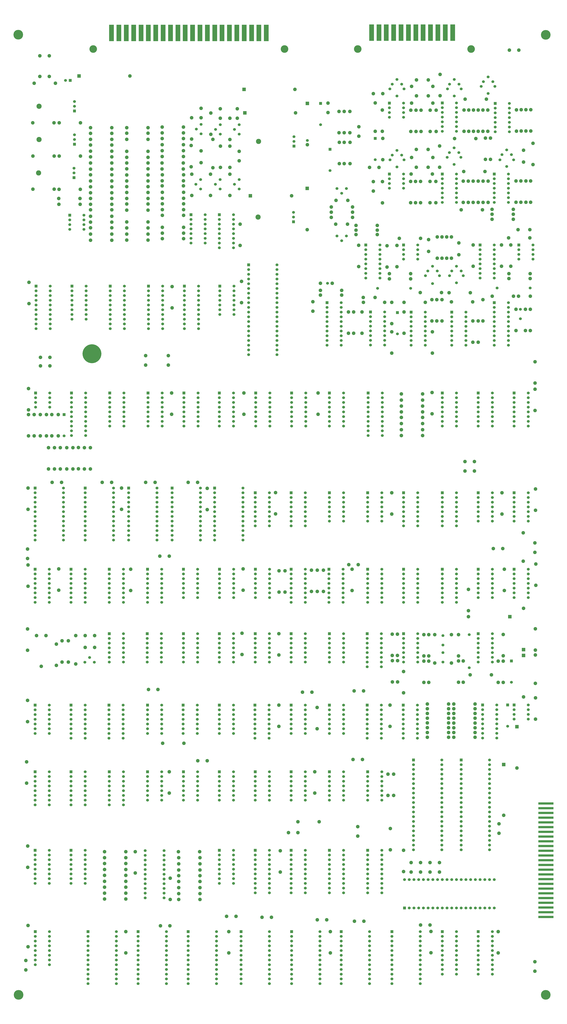
<source format=gbr>
%TF.GenerationSoftware,KiCad,Pcbnew,(6.0.1)*%
%TF.CreationDate,2022-02-09T00:16:26-07:00*%
%TF.ProjectId,atari_gravitar_black_widow,61746172-695f-4677-9261-76697461725f,rev?*%
%TF.SameCoordinates,Original*%
%TF.FileFunction,Soldermask,Bot*%
%TF.FilePolarity,Negative*%
%FSLAX46Y46*%
G04 Gerber Fmt 4.6, Leading zero omitted, Abs format (unit mm)*
G04 Created by KiCad (PCBNEW (6.0.1)) date 2022-02-09 00:16:26*
%MOMM*%
%LPD*%
G01*
G04 APERTURE LIST*
%ADD10C,10.160000*%
%ADD11R,8.128000X1.270000*%
%ADD12C,1.905000*%
%ADD13R,1.524000X1.524000*%
%ADD14C,1.524000*%
%ADD15R,1.905000X1.905000*%
%ADD16C,4.064000*%
%ADD17C,2.794000*%
%ADD18R,2.540000X8.890000*%
%ADD19C,5.207000*%
G04 APERTURE END LIST*
D10*
X76835000Y-201168000D03*
D11*
X320929000Y-503682000D03*
X320929000Y-501142000D03*
X320929000Y-498602000D03*
X320929000Y-496062000D03*
X320929000Y-493522000D03*
X320929000Y-490982000D03*
X320929000Y-488442000D03*
X320929000Y-485902000D03*
X320929000Y-483362000D03*
X320929000Y-480822000D03*
X320929000Y-478282000D03*
X320929000Y-475742000D03*
X320929000Y-473202000D03*
X320929000Y-470662000D03*
X320929000Y-468122000D03*
X320929000Y-465582000D03*
X320929000Y-463042000D03*
X320929000Y-460502000D03*
X320929000Y-457962000D03*
X320929000Y-455422000D03*
X320929000Y-452882000D03*
X320929000Y-450342000D03*
X320929000Y-447802000D03*
X320929000Y-445262000D03*
X320929000Y-442722000D03*
D12*
X134874000Y-487934000D03*
X123444000Y-487934000D03*
X263652000Y-479552000D03*
X263652000Y-474472000D03*
X241046000Y-351790000D03*
X241046000Y-363220000D03*
X282829000Y-402082000D03*
X271399000Y-402082000D03*
D13*
X204470000Y-425704000D03*
D14*
X204470000Y-428244000D03*
X204470000Y-430784000D03*
X204470000Y-433324000D03*
X204470000Y-435864000D03*
X204470000Y-438404000D03*
X204470000Y-440944000D03*
X212090000Y-440944000D03*
X212090000Y-438404000D03*
X212090000Y-435864000D03*
X212090000Y-433324000D03*
X212090000Y-430784000D03*
X212090000Y-428244000D03*
X212090000Y-425704000D03*
D12*
X134874000Y-491109000D03*
X123444000Y-491109000D03*
X257175000Y-407162000D03*
X268605000Y-407162000D03*
X134874000Y-471805000D03*
X123444000Y-471805000D03*
X196596000Y-425704000D03*
X196596000Y-437134000D03*
X282829000Y-391795000D03*
X271399000Y-391795000D03*
D13*
X244348000Y-351536000D03*
D14*
X244348000Y-354076000D03*
X244348000Y-356616000D03*
X244348000Y-359156000D03*
X244348000Y-361696000D03*
X244348000Y-364236000D03*
X244348000Y-366776000D03*
X251968000Y-366776000D03*
X251968000Y-364236000D03*
X251968000Y-361696000D03*
X251968000Y-359156000D03*
X251968000Y-356616000D03*
X251968000Y-354076000D03*
X251968000Y-351536000D03*
D12*
X244348000Y-479298000D03*
X244348000Y-467868000D03*
X238252000Y-363220000D03*
X238252000Y-351790000D03*
D13*
X145288000Y-467868000D03*
D14*
X145288000Y-470408000D03*
X145288000Y-472948000D03*
X145288000Y-475488000D03*
X145288000Y-478028000D03*
X145288000Y-480568000D03*
X145288000Y-483108000D03*
X145288000Y-485648000D03*
X152908000Y-485648000D03*
X152908000Y-483108000D03*
X152908000Y-480568000D03*
X152908000Y-478028000D03*
X152908000Y-475488000D03*
X152908000Y-472948000D03*
X152908000Y-470408000D03*
X152908000Y-467868000D03*
D13*
X86106000Y-425704000D03*
D14*
X86106000Y-428244000D03*
X86106000Y-430784000D03*
X86106000Y-433324000D03*
X86106000Y-435864000D03*
X86106000Y-438404000D03*
X86106000Y-440944000D03*
X86106000Y-443484000D03*
X93726000Y-443484000D03*
X93726000Y-440944000D03*
X93726000Y-438404000D03*
X93726000Y-435864000D03*
X93726000Y-433324000D03*
X93726000Y-430784000D03*
X93726000Y-428244000D03*
X93726000Y-425704000D03*
D13*
X164592000Y-351536000D03*
D14*
X164592000Y-354076000D03*
X164592000Y-356616000D03*
X164592000Y-359156000D03*
X164592000Y-361696000D03*
X164592000Y-364236000D03*
X164592000Y-366776000D03*
X172212000Y-366776000D03*
X172212000Y-364236000D03*
X172212000Y-361696000D03*
X172212000Y-359156000D03*
X172212000Y-356616000D03*
X172212000Y-354076000D03*
X172212000Y-351536000D03*
D13*
X85979000Y-389890000D03*
D14*
X85979000Y-392430000D03*
X85979000Y-394970000D03*
X85979000Y-397510000D03*
X85979000Y-400050000D03*
X85979000Y-402590000D03*
X85979000Y-405130000D03*
X85979000Y-407670000D03*
X93599000Y-407670000D03*
X93599000Y-405130000D03*
X93599000Y-402590000D03*
X93599000Y-400050000D03*
X93599000Y-397510000D03*
X93599000Y-394970000D03*
X93599000Y-392430000D03*
X93599000Y-389890000D03*
D12*
X83566000Y-490855000D03*
X94996000Y-490855000D03*
X237109000Y-389890000D03*
X237109000Y-401320000D03*
X187579000Y-458343000D03*
X182499000Y-458343000D03*
D13*
X106680000Y-389890000D03*
D14*
X106680000Y-392430000D03*
X106680000Y-394970000D03*
X106680000Y-397510000D03*
X106680000Y-400050000D03*
X106680000Y-402590000D03*
X106680000Y-405130000D03*
X114300000Y-405130000D03*
X114300000Y-402590000D03*
X114300000Y-400050000D03*
X114300000Y-397510000D03*
X114300000Y-394970000D03*
X114300000Y-392430000D03*
X114300000Y-389890000D03*
D13*
X183896000Y-389890000D03*
D14*
X183896000Y-392430000D03*
X183896000Y-394970000D03*
X183896000Y-397510000D03*
X183896000Y-400050000D03*
X183896000Y-402590000D03*
X183896000Y-405130000D03*
X191516000Y-405130000D03*
X191516000Y-402590000D03*
X191516000Y-400050000D03*
X191516000Y-397510000D03*
X191516000Y-394970000D03*
X191516000Y-392430000D03*
X191516000Y-389890000D03*
X279654000Y-352044000D03*
X279654000Y-369824000D03*
D12*
X83566000Y-478155000D03*
X94996000Y-478155000D03*
D13*
X244221000Y-389890000D03*
D14*
X244221000Y-392430000D03*
X244221000Y-394970000D03*
X244221000Y-397510000D03*
X244221000Y-400050000D03*
X244221000Y-402590000D03*
X244221000Y-405130000D03*
X244221000Y-407670000D03*
X251841000Y-407670000D03*
X251841000Y-405130000D03*
X251841000Y-402590000D03*
X251841000Y-400050000D03*
X251841000Y-397510000D03*
X251841000Y-394970000D03*
X251841000Y-392430000D03*
X251841000Y-389890000D03*
D12*
X257175000Y-401955000D03*
X268605000Y-401955000D03*
X261112000Y-367284000D03*
X261112000Y-352044000D03*
X258572000Y-479552000D03*
X258572000Y-474472000D03*
X270129000Y-367284000D03*
X270129000Y-352044000D03*
X257937000Y-377698000D03*
X257937000Y-366268000D03*
X222250000Y-419100000D03*
X217170000Y-419100000D03*
X118872000Y-482854000D03*
X118872000Y-494284000D03*
X83566000Y-468630000D03*
X94996000Y-468630000D03*
D13*
X249682000Y-419354000D03*
D14*
X249682000Y-421894000D03*
X249682000Y-424434000D03*
X249682000Y-426974000D03*
X249682000Y-429514000D03*
X249682000Y-432054000D03*
X249682000Y-434594000D03*
X249682000Y-437134000D03*
X249682000Y-439674000D03*
X249682000Y-442214000D03*
X249682000Y-444754000D03*
X249682000Y-447294000D03*
X249682000Y-449834000D03*
X249682000Y-452374000D03*
X249682000Y-454914000D03*
X249682000Y-457454000D03*
X249682000Y-459994000D03*
X249682000Y-462534000D03*
X249682000Y-465074000D03*
X249682000Y-467614000D03*
X264922000Y-467614000D03*
X264922000Y-465074000D03*
X264922000Y-462534000D03*
X264922000Y-459994000D03*
X264922000Y-457454000D03*
X264922000Y-454914000D03*
X264922000Y-452374000D03*
X264922000Y-449834000D03*
X264922000Y-447294000D03*
X264922000Y-444754000D03*
X264922000Y-442214000D03*
X264922000Y-439674000D03*
X264922000Y-437134000D03*
X264922000Y-434594000D03*
X264922000Y-432054000D03*
X264922000Y-429514000D03*
X264922000Y-426974000D03*
X264922000Y-424434000D03*
X264922000Y-421894000D03*
X264922000Y-419354000D03*
D12*
X83566000Y-494030000D03*
X94996000Y-494030000D03*
D13*
X224790000Y-389890000D03*
D14*
X224790000Y-392430000D03*
X224790000Y-394970000D03*
X224790000Y-397510000D03*
X224790000Y-400050000D03*
X224790000Y-402590000D03*
X224790000Y-405130000D03*
X224790000Y-407670000D03*
X232410000Y-407670000D03*
X232410000Y-405130000D03*
X232410000Y-402590000D03*
X232410000Y-400050000D03*
X232410000Y-397510000D03*
X232410000Y-394970000D03*
X232410000Y-392430000D03*
X232410000Y-389890000D03*
D13*
X224790000Y-351536000D03*
D14*
X224790000Y-354076000D03*
X224790000Y-356616000D03*
X224790000Y-359156000D03*
X224790000Y-361696000D03*
X224790000Y-364236000D03*
X224790000Y-366776000D03*
X224790000Y-369316000D03*
X232410000Y-369316000D03*
X232410000Y-366776000D03*
X232410000Y-364236000D03*
X232410000Y-361696000D03*
X232410000Y-359156000D03*
X232410000Y-356616000D03*
X232410000Y-354076000D03*
X232410000Y-351536000D03*
D12*
X253492000Y-508000000D03*
X258572000Y-508000000D03*
X177292000Y-351536000D03*
X177292000Y-362966000D03*
X282829000Y-394335000D03*
X271399000Y-394335000D03*
X78232000Y-352552000D03*
X78232000Y-358902000D03*
X241173000Y-377444000D03*
X241173000Y-366014000D03*
X83566000Y-487680000D03*
X94996000Y-487680000D03*
X238379000Y-366014000D03*
X238379000Y-377444000D03*
X282829000Y-389255000D03*
X271399000Y-389255000D03*
X134874000Y-481457000D03*
X123444000Y-481457000D03*
X157480000Y-351282000D03*
X157480000Y-362712000D03*
X134874000Y-494284000D03*
X123444000Y-494284000D03*
X255270000Y-352044000D03*
X255270000Y-363474000D03*
X199009000Y-452501000D03*
X187579000Y-452501000D03*
X177292000Y-389890000D03*
X177292000Y-401320000D03*
D13*
X145288000Y-351536000D03*
D14*
X145288000Y-354076000D03*
X145288000Y-356616000D03*
X145288000Y-359156000D03*
X145288000Y-361696000D03*
X145288000Y-364236000D03*
X145288000Y-366776000D03*
X152908000Y-366776000D03*
X152908000Y-364236000D03*
X152908000Y-361696000D03*
X152908000Y-359156000D03*
X152908000Y-356616000D03*
X152908000Y-354076000D03*
X152908000Y-351536000D03*
D13*
X265176000Y-511556000D03*
D14*
X265176000Y-514096000D03*
X265176000Y-516636000D03*
X265176000Y-519176000D03*
X265176000Y-521716000D03*
X265176000Y-524256000D03*
X265176000Y-526796000D03*
X265176000Y-529336000D03*
X265176000Y-531876000D03*
X265176000Y-534416000D03*
X272796000Y-534416000D03*
X272796000Y-531876000D03*
X272796000Y-529336000D03*
X272796000Y-526796000D03*
X272796000Y-524256000D03*
X272796000Y-521716000D03*
X272796000Y-519176000D03*
X272796000Y-516636000D03*
X272796000Y-514096000D03*
X272796000Y-511556000D03*
D12*
X94996000Y-511556000D03*
X94996000Y-522986000D03*
X259080000Y-511429000D03*
X259080000Y-522859000D03*
D13*
X125984000Y-351536000D03*
D14*
X125984000Y-354076000D03*
X125984000Y-356616000D03*
X125984000Y-359156000D03*
X125984000Y-361696000D03*
X125984000Y-364236000D03*
X125984000Y-366776000D03*
X133604000Y-366776000D03*
X133604000Y-364236000D03*
X133604000Y-361696000D03*
X133604000Y-359156000D03*
X133604000Y-356616000D03*
X133604000Y-354076000D03*
X133604000Y-351536000D03*
D13*
X164465000Y-389890000D03*
D14*
X164465000Y-392430000D03*
X164465000Y-394970000D03*
X164465000Y-397510000D03*
X164465000Y-400050000D03*
X164465000Y-402590000D03*
X164465000Y-405130000D03*
X164465000Y-407670000D03*
X172085000Y-407670000D03*
X172085000Y-405130000D03*
X172085000Y-402590000D03*
X172085000Y-400050000D03*
X172085000Y-397510000D03*
X172085000Y-394970000D03*
X172085000Y-392430000D03*
X172085000Y-389890000D03*
D12*
X83566000Y-484505000D03*
X94996000Y-484505000D03*
X100076000Y-468630000D03*
X100076000Y-480060000D03*
X197866000Y-402590000D03*
X197866000Y-391160000D03*
D13*
X225044000Y-467868000D03*
D14*
X225044000Y-470408000D03*
X225044000Y-472948000D03*
X225044000Y-475488000D03*
X225044000Y-478028000D03*
X225044000Y-480568000D03*
X225044000Y-483108000D03*
X225044000Y-485648000D03*
X225044000Y-488188000D03*
X225044000Y-490728000D03*
X232664000Y-490728000D03*
X232664000Y-488188000D03*
X232664000Y-485648000D03*
X232664000Y-483108000D03*
X232664000Y-480568000D03*
X232664000Y-478028000D03*
X232664000Y-475488000D03*
X232664000Y-472948000D03*
X232664000Y-470408000D03*
X232664000Y-467868000D03*
D12*
X282829000Y-396875000D03*
X271399000Y-396875000D03*
D14*
X105410000Y-467995000D03*
X105410000Y-470535000D03*
X105410000Y-473075000D03*
X105410000Y-475615000D03*
X105410000Y-478155000D03*
X105410000Y-480695000D03*
X105410000Y-483235000D03*
X105410000Y-485775000D03*
X105410000Y-488315000D03*
X105410000Y-490855000D03*
X105410000Y-493395000D03*
X115570000Y-493395000D03*
X115570000Y-490855000D03*
X115570000Y-488315000D03*
X115570000Y-485775000D03*
X115570000Y-483235000D03*
X115570000Y-480695000D03*
X115570000Y-478155000D03*
X115570000Y-475615000D03*
X115570000Y-473075000D03*
X115570000Y-470535000D03*
X115570000Y-467995000D03*
D12*
X83566000Y-481330000D03*
X94996000Y-481330000D03*
D13*
X204470000Y-467868000D03*
D14*
X204470000Y-470408000D03*
X204470000Y-472948000D03*
X204470000Y-475488000D03*
X204470000Y-478028000D03*
X204470000Y-480568000D03*
X204470000Y-483108000D03*
X204470000Y-485648000D03*
X204470000Y-488188000D03*
X204470000Y-490728000D03*
X212090000Y-490728000D03*
X212090000Y-488188000D03*
X212090000Y-485648000D03*
X212090000Y-483108000D03*
X212090000Y-480568000D03*
X212090000Y-478028000D03*
X212090000Y-475488000D03*
X212090000Y-472948000D03*
X212090000Y-470408000D03*
X212090000Y-467868000D03*
D13*
X183896000Y-467868000D03*
D14*
X183896000Y-470408000D03*
X183896000Y-472948000D03*
X183896000Y-475488000D03*
X183896000Y-478028000D03*
X183896000Y-480568000D03*
X183896000Y-483108000D03*
X183896000Y-485648000D03*
X183896000Y-488188000D03*
X183896000Y-490728000D03*
X191516000Y-490728000D03*
X191516000Y-488188000D03*
X191516000Y-485648000D03*
X191516000Y-483108000D03*
X191516000Y-480568000D03*
X191516000Y-478028000D03*
X191516000Y-475488000D03*
X191516000Y-472948000D03*
X191516000Y-470408000D03*
X191516000Y-467868000D03*
D12*
X83566000Y-471805000D03*
X94996000Y-471805000D03*
D13*
X164592000Y-425704000D03*
D14*
X164592000Y-428244000D03*
X164592000Y-430784000D03*
X164592000Y-433324000D03*
X164592000Y-435864000D03*
X164592000Y-438404000D03*
X164592000Y-440944000D03*
X172212000Y-440944000D03*
X172212000Y-438404000D03*
X172212000Y-435864000D03*
X172212000Y-433324000D03*
X172212000Y-430784000D03*
X172212000Y-428244000D03*
X172212000Y-425704000D03*
D13*
X106680000Y-425704000D03*
D14*
X106680000Y-428244000D03*
X106680000Y-430784000D03*
X106680000Y-433324000D03*
X106680000Y-435864000D03*
X106680000Y-438404000D03*
X106680000Y-440944000D03*
X114300000Y-440944000D03*
X114300000Y-438404000D03*
X114300000Y-435864000D03*
X114300000Y-433324000D03*
X114300000Y-430784000D03*
X114300000Y-428244000D03*
X114300000Y-425704000D03*
D12*
X150368000Y-511556000D03*
X150368000Y-522986000D03*
X257175000Y-389255000D03*
X268605000Y-389255000D03*
D13*
X125857000Y-389890000D03*
D14*
X125857000Y-392430000D03*
X125857000Y-394970000D03*
X125857000Y-397510000D03*
X125857000Y-400050000D03*
X125857000Y-402590000D03*
X125857000Y-405130000D03*
X133477000Y-405130000D03*
X133477000Y-402590000D03*
X133477000Y-400050000D03*
X133477000Y-397510000D03*
X133477000Y-394970000D03*
X133477000Y-392430000D03*
X133477000Y-389890000D03*
D12*
X248412000Y-479552000D03*
X248412000Y-474472000D03*
X223012000Y-505968000D03*
X217932000Y-505968000D03*
X282829000Y-407162000D03*
X271399000Y-407162000D03*
X178054000Y-468122000D03*
X178054000Y-479552000D03*
X154305000Y-503301000D03*
X149225000Y-503301000D03*
X255270000Y-366268000D03*
X255270000Y-377698000D03*
X276479000Y-377571000D03*
X276479000Y-366141000D03*
D13*
X145288000Y-389890000D03*
D14*
X145288000Y-392430000D03*
X145288000Y-394970000D03*
X145288000Y-397510000D03*
X145288000Y-400050000D03*
X145288000Y-402590000D03*
X145288000Y-405130000D03*
X152908000Y-405130000D03*
X152908000Y-402590000D03*
X152908000Y-400050000D03*
X152908000Y-397510000D03*
X152908000Y-394970000D03*
X152908000Y-392430000D03*
X152908000Y-389890000D03*
D12*
X118364000Y-425704000D03*
X118364000Y-437134000D03*
D13*
X225044000Y-425704000D03*
D14*
X225044000Y-428244000D03*
X225044000Y-430784000D03*
X225044000Y-433324000D03*
X225044000Y-435864000D03*
X225044000Y-438404000D03*
X225044000Y-440944000D03*
X232664000Y-440944000D03*
X232664000Y-438404000D03*
X232664000Y-435864000D03*
X232664000Y-433324000D03*
X232664000Y-430784000D03*
X232664000Y-428244000D03*
X232664000Y-425704000D03*
X265557000Y-361696000D03*
X265557000Y-366776000D03*
D12*
X118745000Y-508381000D03*
X113665000Y-508381000D03*
X203073000Y-505206000D03*
X197993000Y-505206000D03*
X257937000Y-352044000D03*
X257937000Y-363474000D03*
X244348000Y-383286000D03*
X244348000Y-371856000D03*
X222885000Y-382270000D03*
X217805000Y-382270000D03*
X134874000Y-475107000D03*
X123444000Y-475107000D03*
X195072000Y-382905000D03*
X189992000Y-382905000D03*
X237236000Y-467614000D03*
X237236000Y-456184000D03*
X173355000Y-503809000D03*
X168275000Y-503809000D03*
X239014000Y-426974000D03*
X239014000Y-438404000D03*
D14*
X265557000Y-357632000D03*
X265557000Y-352552000D03*
D12*
X112268000Y-381508000D03*
X107188000Y-381508000D03*
D13*
X145288000Y-425704000D03*
D14*
X145288000Y-428244000D03*
X145288000Y-430784000D03*
X145288000Y-433324000D03*
X145288000Y-435864000D03*
X145288000Y-438404000D03*
X145288000Y-440944000D03*
X152908000Y-440944000D03*
X152908000Y-438404000D03*
X152908000Y-435864000D03*
X152908000Y-433324000D03*
X152908000Y-430784000D03*
X152908000Y-428244000D03*
X152908000Y-425704000D03*
D12*
X257175000Y-394335000D03*
X268605000Y-394335000D03*
X204978000Y-511556000D03*
X204978000Y-522986000D03*
X253492000Y-479552000D03*
X253492000Y-474472000D03*
X282829000Y-404622000D03*
X271399000Y-404622000D03*
D13*
X164592000Y-467868000D03*
D14*
X164592000Y-470408000D03*
X164592000Y-472948000D03*
X164592000Y-475488000D03*
X164592000Y-478028000D03*
X164592000Y-480568000D03*
X164592000Y-483108000D03*
X164592000Y-485648000D03*
X164592000Y-488188000D03*
X164592000Y-490728000D03*
X172212000Y-490728000D03*
X172212000Y-488188000D03*
X172212000Y-485648000D03*
X172212000Y-483108000D03*
X172212000Y-480568000D03*
X172212000Y-478028000D03*
X172212000Y-475488000D03*
X172212000Y-472948000D03*
X172212000Y-470408000D03*
X172212000Y-467868000D03*
D12*
X257175000Y-391795000D03*
X268605000Y-391795000D03*
X134874000Y-478409000D03*
X123444000Y-478409000D03*
X114808000Y-410337000D03*
X126238000Y-410337000D03*
X257175000Y-399415000D03*
X268605000Y-399415000D03*
X257175000Y-404622000D03*
X268605000Y-404622000D03*
X83566000Y-474980000D03*
X94996000Y-474980000D03*
X219710000Y-460248000D03*
X219710000Y-455168000D03*
X273939000Y-363474000D03*
X273939000Y-352044000D03*
X138811000Y-419735000D03*
X133731000Y-419735000D03*
X282829000Y-399542000D03*
X271399000Y-399542000D03*
X235966000Y-426974000D03*
X235966000Y-438404000D03*
X134874000Y-484632000D03*
X123444000Y-484632000D03*
D13*
X125984000Y-425704000D03*
D14*
X125984000Y-428244000D03*
X125984000Y-430784000D03*
X125984000Y-433324000D03*
X125984000Y-435864000D03*
X125984000Y-438404000D03*
X125984000Y-440944000D03*
X133604000Y-440944000D03*
X133604000Y-438404000D03*
X133604000Y-435864000D03*
X133604000Y-433324000D03*
X133604000Y-430784000D03*
X133604000Y-428244000D03*
X133604000Y-425704000D03*
D12*
X134747000Y-468630000D03*
X123317000Y-468630000D03*
X257175000Y-396875000D03*
X268605000Y-396875000D03*
D13*
X183896000Y-425704000D03*
D14*
X183896000Y-428244000D03*
X183896000Y-430784000D03*
X183896000Y-433324000D03*
X183896000Y-435864000D03*
X183896000Y-438404000D03*
X183896000Y-440944000D03*
X191516000Y-440944000D03*
X191516000Y-438404000D03*
X191516000Y-435864000D03*
X191516000Y-433324000D03*
X191516000Y-430784000D03*
X191516000Y-428244000D03*
X191516000Y-425704000D03*
D13*
X204470000Y-389890000D03*
D14*
X204470000Y-392430000D03*
X204470000Y-394970000D03*
X204470000Y-397510000D03*
X204470000Y-400050000D03*
X204470000Y-402590000D03*
X204470000Y-405130000D03*
X212090000Y-405130000D03*
X212090000Y-402590000D03*
X212090000Y-400050000D03*
X212090000Y-397510000D03*
X212090000Y-394970000D03*
X212090000Y-392430000D03*
X212090000Y-389890000D03*
D12*
X273939000Y-377571000D03*
X273939000Y-366141000D03*
D14*
X183896000Y-359156000D03*
X183896000Y-356616000D03*
D13*
X183896000Y-351536000D03*
D14*
X183896000Y-354076000D03*
X183896000Y-361696000D03*
X183896000Y-364236000D03*
X183896000Y-366776000D03*
X191516000Y-366776000D03*
X191516000Y-364236000D03*
X191516000Y-361696000D03*
X191516000Y-359156000D03*
X191516000Y-356616000D03*
X191516000Y-354076000D03*
X191516000Y-351536000D03*
X106553000Y-359156000D03*
X106553000Y-356616000D03*
D13*
X106553000Y-351536000D03*
D14*
X106553000Y-354076000D03*
X106553000Y-361696000D03*
X106553000Y-364236000D03*
X106553000Y-366776000D03*
X114173000Y-366776000D03*
X114173000Y-364236000D03*
X114173000Y-361696000D03*
X114173000Y-359156000D03*
X114173000Y-356616000D03*
X114173000Y-354076000D03*
X114173000Y-351536000D03*
X86106000Y-359156000D03*
X86106000Y-356616000D03*
D13*
X86106000Y-351536000D03*
D14*
X86106000Y-354076000D03*
X86106000Y-361696000D03*
X86106000Y-364236000D03*
X86106000Y-366776000D03*
X93726000Y-366776000D03*
X93726000Y-364236000D03*
X93726000Y-361696000D03*
X93726000Y-359156000D03*
X93726000Y-356616000D03*
X93726000Y-354076000D03*
X93726000Y-351536000D03*
X204470000Y-359156000D03*
X204470000Y-356616000D03*
D13*
X204470000Y-351536000D03*
D14*
X204470000Y-354076000D03*
X204470000Y-361696000D03*
X204470000Y-364236000D03*
X204470000Y-366776000D03*
X212090000Y-366776000D03*
X212090000Y-364236000D03*
X212090000Y-361696000D03*
X212090000Y-359156000D03*
X212090000Y-356616000D03*
X212090000Y-354076000D03*
X212090000Y-351536000D03*
D13*
X86106000Y-316865000D03*
D14*
X86106000Y-319405000D03*
X86106000Y-321945000D03*
X86106000Y-324485000D03*
X86106000Y-327025000D03*
X86106000Y-329565000D03*
X86106000Y-332105000D03*
X86106000Y-334645000D03*
X93726000Y-334645000D03*
X93726000Y-332105000D03*
X93726000Y-329565000D03*
X93726000Y-327025000D03*
X93726000Y-324485000D03*
X93726000Y-321945000D03*
X93726000Y-319405000D03*
X93726000Y-316865000D03*
D12*
X197993000Y-328803000D03*
X197993000Y-317373000D03*
X194818000Y-328803000D03*
X194818000Y-317373000D03*
D13*
X244348000Y-316865000D03*
D14*
X244348000Y-319405000D03*
X244348000Y-321945000D03*
X244348000Y-324485000D03*
X244348000Y-327025000D03*
X244348000Y-329565000D03*
X244348000Y-332105000D03*
X244348000Y-334645000D03*
X251968000Y-334645000D03*
X251968000Y-332105000D03*
X251968000Y-329565000D03*
X251968000Y-327025000D03*
X251968000Y-324485000D03*
X251968000Y-321945000D03*
X251968000Y-319405000D03*
X251968000Y-316865000D03*
D12*
X158115000Y-316738000D03*
X158115000Y-328168000D03*
D13*
X204216000Y-316865000D03*
D14*
X204216000Y-319405000D03*
X204216000Y-321945000D03*
X204216000Y-324485000D03*
X204216000Y-327025000D03*
X204216000Y-329565000D03*
X204216000Y-332105000D03*
X204216000Y-334645000D03*
X211836000Y-334645000D03*
X211836000Y-332105000D03*
X211836000Y-329565000D03*
X211836000Y-327025000D03*
X211836000Y-324485000D03*
X211836000Y-321945000D03*
X211836000Y-319405000D03*
X211836000Y-316865000D03*
D13*
X265176000Y-316865000D03*
D14*
X265176000Y-319405000D03*
X265176000Y-321945000D03*
X265176000Y-324485000D03*
X265176000Y-327025000D03*
X265176000Y-329565000D03*
X265176000Y-332105000D03*
X265176000Y-334645000D03*
X272796000Y-334645000D03*
X272796000Y-332105000D03*
X272796000Y-329565000D03*
X272796000Y-327025000D03*
X272796000Y-324485000D03*
X272796000Y-321945000D03*
X272796000Y-319405000D03*
X272796000Y-316865000D03*
D13*
X225044000Y-316865000D03*
D14*
X225044000Y-319405000D03*
X225044000Y-321945000D03*
X225044000Y-324485000D03*
X225044000Y-327025000D03*
X225044000Y-329565000D03*
X225044000Y-332105000D03*
X225044000Y-334645000D03*
X232664000Y-334645000D03*
X232664000Y-332105000D03*
X232664000Y-329565000D03*
X232664000Y-327025000D03*
X232664000Y-324485000D03*
X232664000Y-321945000D03*
X232664000Y-319405000D03*
X232664000Y-316865000D03*
D12*
X177419000Y-329184000D03*
X177419000Y-317754000D03*
X180594000Y-329184000D03*
X180594000Y-317754000D03*
X219964000Y-314452000D03*
X214884000Y-314452000D03*
D13*
X125984000Y-316865000D03*
D14*
X125984000Y-319405000D03*
X125984000Y-321945000D03*
X125984000Y-324485000D03*
X125984000Y-327025000D03*
X125984000Y-329565000D03*
X125984000Y-332105000D03*
X133604000Y-332105000D03*
X133604000Y-329565000D03*
X133604000Y-327025000D03*
X133604000Y-324485000D03*
X133604000Y-321945000D03*
X133604000Y-319405000D03*
X133604000Y-316865000D03*
D13*
X183896000Y-316865000D03*
D14*
X183896000Y-319405000D03*
X183896000Y-321945000D03*
X183896000Y-324485000D03*
X183896000Y-327025000D03*
X183896000Y-329565000D03*
X183896000Y-332105000D03*
X183896000Y-334645000D03*
X191516000Y-334645000D03*
X191516000Y-332105000D03*
X191516000Y-329565000D03*
X191516000Y-327025000D03*
X191516000Y-324485000D03*
X191516000Y-321945000D03*
X191516000Y-319405000D03*
X191516000Y-316865000D03*
D13*
X145415000Y-316865000D03*
D14*
X145415000Y-319405000D03*
X145415000Y-321945000D03*
X145415000Y-324485000D03*
X145415000Y-327025000D03*
X145415000Y-329565000D03*
X145415000Y-332105000D03*
X153035000Y-332105000D03*
X153035000Y-329565000D03*
X153035000Y-327025000D03*
X153035000Y-324485000D03*
X153035000Y-321945000D03*
X153035000Y-319405000D03*
X153035000Y-316865000D03*
D13*
X164719000Y-316865000D03*
D14*
X164719000Y-319405000D03*
X164719000Y-321945000D03*
X164719000Y-324485000D03*
X164719000Y-327025000D03*
X164719000Y-329565000D03*
X164719000Y-332105000D03*
X172339000Y-332105000D03*
X172339000Y-329565000D03*
X172339000Y-327025000D03*
X172339000Y-324485000D03*
X172339000Y-321945000D03*
X172339000Y-319405000D03*
X172339000Y-316865000D03*
D12*
X201295000Y-317373000D03*
X201295000Y-328803000D03*
X216662000Y-316865000D03*
X216662000Y-328295000D03*
X97663000Y-316865000D03*
X97663000Y-328295000D03*
D14*
X78105000Y-366873000D03*
X75565000Y-364333000D03*
X73025000Y-366873000D03*
D12*
X73152000Y-358902000D03*
X73152000Y-352552000D03*
X118364000Y-309880000D03*
X113284000Y-309880000D03*
D13*
X106680000Y-316865000D03*
D14*
X106680000Y-319405000D03*
X106680000Y-321945000D03*
X106680000Y-324485000D03*
X106680000Y-327025000D03*
X106680000Y-329565000D03*
X106680000Y-332105000D03*
X106680000Y-334645000D03*
X114300000Y-334645000D03*
X114300000Y-332105000D03*
X114300000Y-329565000D03*
X114300000Y-327025000D03*
X114300000Y-324485000D03*
X114300000Y-321945000D03*
X114300000Y-319405000D03*
X114300000Y-316865000D03*
X145542000Y-172466000D03*
X145542000Y-169926000D03*
D13*
X145542000Y-164846000D03*
D14*
X145542000Y-167386000D03*
X145542000Y-175006000D03*
X145542000Y-177546000D03*
X145542000Y-180086000D03*
X153162000Y-180086000D03*
X153162000Y-177546000D03*
X153162000Y-175006000D03*
X153162000Y-172466000D03*
X153162000Y-169926000D03*
X153162000Y-167386000D03*
X153162000Y-164846000D03*
D12*
X59156600Y-112826800D03*
X70586600Y-112826800D03*
X212471000Y-87630000D03*
X212471000Y-99060000D03*
X297942000Y-351917000D03*
X297942000Y-363347000D03*
D13*
X303784000Y-389763000D03*
D14*
X303784000Y-392303000D03*
X303784000Y-394843000D03*
X303784000Y-397383000D03*
X311404000Y-397383000D03*
X311404000Y-394843000D03*
X311404000Y-392303000D03*
X311404000Y-389763000D03*
D12*
X214376000Y-118745000D03*
X208026000Y-118745000D03*
X42418000Y-273304000D03*
X42418000Y-284734000D03*
X209677000Y-70993000D03*
X209677000Y-82423000D03*
D13*
X145288000Y-126492000D03*
D14*
X145288000Y-129032000D03*
X145288000Y-131572000D03*
X145288000Y-134112000D03*
X145288000Y-136652000D03*
X145288000Y-139192000D03*
X145288000Y-141732000D03*
X145288000Y-144272000D03*
X152908000Y-144272000D03*
X152908000Y-141732000D03*
X152908000Y-139192000D03*
X152908000Y-136652000D03*
X152908000Y-134112000D03*
X152908000Y-131572000D03*
X152908000Y-129032000D03*
X152908000Y-126492000D03*
X238252000Y-94488000D03*
X240792000Y-91948000D03*
X243332000Y-94488000D03*
D13*
X142748000Y-273304000D03*
D14*
X142748000Y-275844000D03*
X142748000Y-278384000D03*
X142748000Y-280924000D03*
X142748000Y-283464000D03*
X142748000Y-286004000D03*
X142748000Y-288544000D03*
X142748000Y-291084000D03*
X142748000Y-293624000D03*
X142748000Y-296164000D03*
X142748000Y-298704000D03*
X142748000Y-301244000D03*
X157988000Y-301244000D03*
X157988000Y-298704000D03*
X157988000Y-296164000D03*
X157988000Y-293624000D03*
X157988000Y-291084000D03*
X157988000Y-288544000D03*
X157988000Y-286004000D03*
X157988000Y-283464000D03*
X157988000Y-280924000D03*
X157988000Y-278384000D03*
X157988000Y-275844000D03*
X157988000Y-273304000D03*
D12*
X315341000Y-385953000D03*
X315341000Y-397383000D03*
X42926000Y-162814000D03*
X42926000Y-174244000D03*
X287020000Y-183515000D03*
X287020000Y-172085000D03*
D14*
X238252000Y-56388000D03*
X240792000Y-53848000D03*
X243332000Y-56388000D03*
X267970000Y-58928000D03*
X203454000Y-163322000D03*
D15*
X298196000Y-421767000D03*
D12*
X298196000Y-449072000D03*
D16*
X219710000Y-37465000D03*
D12*
X145923000Y-89662000D03*
X145923000Y-101092000D03*
X140716000Y-83312000D03*
X140716000Y-71882000D03*
X130505200Y-116128800D03*
X130505200Y-104698800D03*
D13*
X210820000Y-511556000D03*
D14*
X210820000Y-514096000D03*
X210820000Y-516636000D03*
X210820000Y-519176000D03*
X210820000Y-521716000D03*
X210820000Y-524256000D03*
X210820000Y-526796000D03*
X210820000Y-529336000D03*
X210820000Y-531876000D03*
X210820000Y-534416000D03*
X210820000Y-536956000D03*
X210820000Y-539496000D03*
X226060000Y-539496000D03*
X226060000Y-536956000D03*
X226060000Y-534416000D03*
X226060000Y-531876000D03*
X226060000Y-529336000D03*
X226060000Y-526796000D03*
X226060000Y-524256000D03*
X226060000Y-521716000D03*
X226060000Y-519176000D03*
X226060000Y-516636000D03*
X226060000Y-514096000D03*
X226060000Y-511556000D03*
D12*
X114554000Y-82550000D03*
X125984000Y-82550000D03*
D14*
X185420000Y-84582000D03*
X185420000Y-87122000D03*
D13*
X185420000Y-89662000D03*
D17*
X166370000Y-87122000D03*
D12*
X49123600Y-203149200D03*
X54203600Y-203149200D03*
X248666000Y-57531000D03*
X260096000Y-57531000D03*
X279400000Y-81661000D03*
X279400000Y-70231000D03*
X309880000Y-177292000D03*
X309880000Y-188722000D03*
X230251000Y-134747000D03*
X218821000Y-134747000D03*
X56515000Y-94996000D03*
X45085000Y-94996000D03*
X76073000Y-120904000D03*
X87503000Y-120904000D03*
X243205000Y-226060000D03*
X254635000Y-226060000D03*
X237998000Y-173583600D03*
X237998000Y-185013600D03*
D15*
X305308000Y-401447000D03*
D12*
X305308000Y-423672000D03*
X248285000Y-81788000D03*
X248285000Y-70358000D03*
X87376000Y-270256000D03*
X82296000Y-270256000D03*
X76073000Y-82804000D03*
X87503000Y-82804000D03*
D13*
X96520000Y-273304000D03*
D14*
X96520000Y-275844000D03*
X96520000Y-278384000D03*
X96520000Y-280924000D03*
X96520000Y-283464000D03*
X96520000Y-286004000D03*
X96520000Y-288544000D03*
X96520000Y-291084000D03*
X96520000Y-293624000D03*
X96520000Y-296164000D03*
X96520000Y-298704000D03*
X96520000Y-301244000D03*
X111760000Y-301244000D03*
X111760000Y-298704000D03*
X111760000Y-296164000D03*
X111760000Y-293624000D03*
X111760000Y-291084000D03*
X111760000Y-288544000D03*
X111760000Y-286004000D03*
X111760000Y-283464000D03*
X111760000Y-280924000D03*
X111760000Y-278384000D03*
X111760000Y-275844000D03*
X111760000Y-273304000D03*
D12*
X232918000Y-81661000D03*
X232918000Y-70231000D03*
X114706400Y-117703600D03*
X126136400Y-117703600D03*
X295656000Y-453644000D03*
X295656000Y-458724000D03*
D13*
X74676000Y-511556000D03*
D14*
X74676000Y-514096000D03*
X74676000Y-516636000D03*
X74676000Y-519176000D03*
X74676000Y-521716000D03*
X74676000Y-524256000D03*
X74676000Y-526796000D03*
X74676000Y-529336000D03*
X74676000Y-531876000D03*
X74676000Y-534416000D03*
X74676000Y-536956000D03*
X74676000Y-539496000D03*
X89916000Y-539496000D03*
X89916000Y-536956000D03*
X89916000Y-534416000D03*
X89916000Y-531876000D03*
X89916000Y-529336000D03*
X89916000Y-526796000D03*
X89916000Y-524256000D03*
X89916000Y-521716000D03*
X89916000Y-519176000D03*
X89916000Y-516636000D03*
X89916000Y-514096000D03*
X89916000Y-511556000D03*
D12*
X76073000Y-92329000D03*
X87503000Y-92329000D03*
X55245000Y-245237000D03*
X55245000Y-233807000D03*
X70358000Y-117729000D03*
X58928000Y-117729000D03*
X229108000Y-66421000D03*
X229108000Y-81661000D03*
D13*
X244348000Y-275844000D03*
D14*
X244348000Y-278384000D03*
X244348000Y-280924000D03*
X244348000Y-283464000D03*
X244348000Y-286004000D03*
X244348000Y-288544000D03*
X244348000Y-291084000D03*
X244348000Y-293624000D03*
X251968000Y-293624000D03*
X251968000Y-291084000D03*
X251968000Y-288544000D03*
X251968000Y-286004000D03*
X251968000Y-283464000D03*
X251968000Y-280924000D03*
X251968000Y-278384000D03*
X251968000Y-275844000D03*
D12*
X114655600Y-126847600D03*
X126085600Y-126847600D03*
D13*
X65151000Y-54356000D03*
D14*
X62611000Y-54356000D03*
X275209000Y-95631000D03*
D12*
X68072000Y-352552000D03*
X68072000Y-367792000D03*
X59182000Y-77089000D03*
X70612000Y-77089000D03*
X312674000Y-108331000D03*
X312674000Y-119761000D03*
X45720000Y-233807000D03*
X45720000Y-245237000D03*
D14*
X67437000Y-83566000D03*
X67437000Y-86106000D03*
D13*
X67437000Y-88646000D03*
D17*
X48387000Y-86106000D03*
D12*
X114706400Y-120650000D03*
X126136400Y-120650000D03*
X237998000Y-275844000D03*
X237998000Y-287274000D03*
D14*
X307213000Y-182372000D03*
X307213000Y-177292000D03*
D12*
X59817000Y-263017000D03*
X59817000Y-251587000D03*
X288417000Y-96774000D03*
X288417000Y-85344000D03*
D13*
X164592000Y-275844000D03*
D14*
X164592000Y-278384000D03*
X164592000Y-280924000D03*
X164592000Y-283464000D03*
X164592000Y-286004000D03*
X164592000Y-288544000D03*
X164592000Y-291084000D03*
X164592000Y-293624000D03*
X172212000Y-293624000D03*
X172212000Y-291084000D03*
X172212000Y-288544000D03*
X172212000Y-286004000D03*
X172212000Y-283464000D03*
X172212000Y-280924000D03*
X172212000Y-278384000D03*
X172212000Y-275844000D03*
D15*
X308864000Y-363220000D03*
D12*
X308864000Y-385445000D03*
X205486000Y-127889000D03*
X216916000Y-127889000D03*
X76073000Y-111506000D03*
X87503000Y-111506000D03*
D13*
X204851000Y-91313000D03*
D14*
X204851000Y-102743000D03*
D13*
X145288000Y-222250000D03*
D14*
X145288000Y-224790000D03*
X145288000Y-227330000D03*
X145288000Y-229870000D03*
X145288000Y-232410000D03*
X145288000Y-234950000D03*
X145288000Y-237490000D03*
X145288000Y-240030000D03*
X152908000Y-240030000D03*
X152908000Y-237490000D03*
X152908000Y-234950000D03*
X152908000Y-232410000D03*
X152908000Y-229870000D03*
X152908000Y-227330000D03*
X152908000Y-224790000D03*
X152908000Y-222250000D03*
D12*
X52324000Y-233807000D03*
X52324000Y-245237000D03*
X95504000Y-130352800D03*
X106934000Y-130352800D03*
D13*
X46355000Y-511556000D03*
D14*
X46355000Y-514096000D03*
X46355000Y-516636000D03*
X46355000Y-519176000D03*
X46355000Y-521716000D03*
X46355000Y-524256000D03*
X46355000Y-526796000D03*
X46355000Y-529336000D03*
X53975000Y-529336000D03*
X53975000Y-526796000D03*
X53975000Y-524256000D03*
X53975000Y-521716000D03*
X53975000Y-519176000D03*
X53975000Y-516636000D03*
X53975000Y-514096000D03*
X53975000Y-511556000D03*
X135509000Y-77978000D03*
X132969000Y-80518000D03*
X135509000Y-83058000D03*
D12*
X63246000Y-263017000D03*
X63246000Y-251587000D03*
X235458000Y-143129000D03*
X235458000Y-154559000D03*
X42418000Y-508254000D03*
X42418000Y-519684000D03*
X207899000Y-131572000D03*
X214249000Y-131572000D03*
D13*
X46228000Y-425704000D03*
D14*
X46228000Y-428244000D03*
X46228000Y-430784000D03*
X46228000Y-433324000D03*
X46228000Y-435864000D03*
X46228000Y-438404000D03*
X46228000Y-440944000D03*
X46228000Y-443484000D03*
X53848000Y-443484000D03*
X53848000Y-440944000D03*
X53848000Y-438404000D03*
X53848000Y-435864000D03*
X53848000Y-433324000D03*
X53848000Y-430784000D03*
X53848000Y-428244000D03*
X53848000Y-425704000D03*
D13*
X265176000Y-104648000D03*
D14*
X265176000Y-107188000D03*
X265176000Y-109728000D03*
X265176000Y-112268000D03*
X265176000Y-114808000D03*
X265176000Y-117348000D03*
X265176000Y-119888000D03*
X272796000Y-119888000D03*
X272796000Y-117348000D03*
X272796000Y-114808000D03*
X272796000Y-112268000D03*
X272796000Y-109728000D03*
X272796000Y-107188000D03*
X272796000Y-104648000D03*
D12*
X307594000Y-70104000D03*
X307594000Y-81534000D03*
X259715000Y-221996000D03*
X259715000Y-233426000D03*
X216916000Y-122301000D03*
X205486000Y-122301000D03*
X288163000Y-103251000D03*
X276733000Y-103251000D03*
D13*
X284480000Y-222250000D03*
D14*
X284480000Y-224790000D03*
X284480000Y-227330000D03*
X284480000Y-229870000D03*
X284480000Y-232410000D03*
X284480000Y-234950000D03*
X284480000Y-237490000D03*
X284480000Y-240030000D03*
X292100000Y-240030000D03*
X292100000Y-237490000D03*
X292100000Y-234950000D03*
X292100000Y-232410000D03*
X292100000Y-229870000D03*
X292100000Y-227330000D03*
X292100000Y-224790000D03*
X292100000Y-222250000D03*
D12*
X233172000Y-61468000D03*
X228092000Y-61468000D03*
X236728000Y-160909000D03*
X248158000Y-160909000D03*
X76073000Y-85979000D03*
X87503000Y-85979000D03*
D15*
X158623000Y-59182000D03*
D12*
X185928000Y-59182000D03*
X42164000Y-348996000D03*
X42164000Y-360426000D03*
X157226000Y-173736000D03*
X157226000Y-162306000D03*
D13*
X225044000Y-275844000D03*
D14*
X225044000Y-278384000D03*
X225044000Y-280924000D03*
X225044000Y-283464000D03*
X225044000Y-286004000D03*
X225044000Y-288544000D03*
X225044000Y-291084000D03*
X232664000Y-291084000D03*
X232664000Y-288544000D03*
X232664000Y-286004000D03*
X232664000Y-283464000D03*
X232664000Y-280924000D03*
X232664000Y-278384000D03*
X232664000Y-275844000D03*
D13*
X226568000Y-178689000D03*
D14*
X226568000Y-181229000D03*
X226568000Y-183769000D03*
X226568000Y-186309000D03*
X226568000Y-188849000D03*
X226568000Y-191389000D03*
X226568000Y-193929000D03*
X226568000Y-196469000D03*
X234188000Y-196469000D03*
X234188000Y-193929000D03*
X234188000Y-191389000D03*
X234188000Y-188849000D03*
X234188000Y-186309000D03*
X234188000Y-183769000D03*
X234188000Y-181229000D03*
X234188000Y-178689000D03*
D12*
X114554000Y-88900000D03*
X125984000Y-88900000D03*
D18*
X227177600Y-28702000D03*
X231140000Y-28702000D03*
X235102400Y-28702000D03*
X239064800Y-28702000D03*
X243027200Y-28702000D03*
X246989600Y-28702000D03*
X250952000Y-28702000D03*
X254914400Y-28702000D03*
X258876800Y-28702000D03*
X262839200Y-28702000D03*
X266801600Y-28702000D03*
X270764000Y-28702000D03*
D14*
X244602000Y-97028000D03*
D12*
X271780000Y-85598000D03*
X283210000Y-85598000D03*
X53848000Y-41148000D03*
X48768000Y-41148000D03*
X49123600Y-207670400D03*
X54203600Y-207670400D03*
X297053000Y-154178000D03*
X297053000Y-142748000D03*
X95504000Y-82677000D03*
X106934000Y-82677000D03*
D14*
X155956000Y-78105000D03*
X153416000Y-80645000D03*
X155956000Y-83185000D03*
D12*
X110744000Y-270256000D03*
X105664000Y-270256000D03*
D14*
X155956000Y-107569000D03*
X153416000Y-110109000D03*
X155956000Y-112649000D03*
D12*
X150977600Y-86106000D03*
X150977600Y-74676000D03*
X312547000Y-177292000D03*
X312547000Y-188722000D03*
D13*
X46736000Y-164846000D03*
D14*
X46736000Y-167386000D03*
X46736000Y-169926000D03*
X46736000Y-172466000D03*
X46736000Y-175006000D03*
X46736000Y-177546000D03*
X46736000Y-180086000D03*
X46736000Y-182626000D03*
X46736000Y-185166000D03*
X46736000Y-187706000D03*
X54356000Y-187706000D03*
X54356000Y-185166000D03*
X54356000Y-182626000D03*
X54356000Y-180086000D03*
X54356000Y-177546000D03*
X54356000Y-175006000D03*
X54356000Y-172466000D03*
X54356000Y-169926000D03*
X54356000Y-167386000D03*
X54356000Y-164846000D03*
D12*
X209804000Y-87630000D03*
X209804000Y-99060000D03*
X119888000Y-165100000D03*
X119888000Y-176530000D03*
X141859000Y-85979000D03*
X141859000Y-101219000D03*
D13*
X65532000Y-425704000D03*
D14*
X65532000Y-428244000D03*
X65532000Y-430784000D03*
X65532000Y-433324000D03*
X65532000Y-435864000D03*
X65532000Y-438404000D03*
X65532000Y-440944000D03*
X65532000Y-443484000D03*
X73152000Y-443484000D03*
X73152000Y-440944000D03*
X73152000Y-438404000D03*
X73152000Y-435864000D03*
X73152000Y-433324000D03*
X73152000Y-430784000D03*
X73152000Y-428244000D03*
X73152000Y-425704000D03*
X145796000Y-78105000D03*
X143256000Y-80645000D03*
X145796000Y-83185000D03*
D13*
X293674800Y-66700400D03*
D14*
X293674800Y-69240400D03*
X293674800Y-71780400D03*
X293674800Y-74320400D03*
X293674800Y-76860400D03*
X293674800Y-79400400D03*
X293674800Y-81940400D03*
X301294800Y-81940400D03*
X301294800Y-79400400D03*
X301294800Y-76860400D03*
X301294800Y-74320400D03*
X301294800Y-71780400D03*
X301294800Y-69240400D03*
X301294800Y-66700400D03*
D12*
X312801000Y-81534000D03*
X312801000Y-70104000D03*
X41656000Y-420370000D03*
X41656000Y-431800000D03*
X114655600Y-105105200D03*
X126085600Y-105105200D03*
X217525600Y-190144400D03*
X217525600Y-178714400D03*
X262509000Y-149860000D03*
X262509000Y-138430000D03*
X300990000Y-160782000D03*
X312420000Y-160782000D03*
D13*
X126238000Y-222250000D03*
D14*
X126238000Y-224790000D03*
X126238000Y-227330000D03*
X126238000Y-229870000D03*
X126238000Y-232410000D03*
X126238000Y-234950000D03*
X126238000Y-237490000D03*
X126238000Y-240030000D03*
X133858000Y-240030000D03*
X133858000Y-237490000D03*
X133858000Y-234950000D03*
X133858000Y-232410000D03*
X133858000Y-229870000D03*
X133858000Y-227330000D03*
X133858000Y-224790000D03*
X133858000Y-222250000D03*
D15*
X69913500Y-51943000D03*
D12*
X97218500Y-51943000D03*
X308864000Y-98171000D03*
X308864000Y-91821000D03*
D13*
X46228000Y-316865000D03*
D14*
X46228000Y-319405000D03*
X46228000Y-321945000D03*
X46228000Y-324485000D03*
X46228000Y-327025000D03*
X46228000Y-329565000D03*
X46228000Y-332105000D03*
X46228000Y-334645000D03*
X53848000Y-334645000D03*
X53848000Y-332105000D03*
X53848000Y-329565000D03*
X53848000Y-327025000D03*
X53848000Y-324485000D03*
X53848000Y-321945000D03*
X53848000Y-319405000D03*
X53848000Y-316865000D03*
D13*
X284480000Y-511556000D03*
D14*
X284480000Y-514096000D03*
X284480000Y-516636000D03*
X284480000Y-519176000D03*
X284480000Y-521716000D03*
X284480000Y-524256000D03*
X284480000Y-526796000D03*
X284480000Y-529336000D03*
X284480000Y-531876000D03*
X284480000Y-534416000D03*
X292100000Y-534416000D03*
X292100000Y-531876000D03*
X292100000Y-529336000D03*
X292100000Y-526796000D03*
X292100000Y-524256000D03*
X292100000Y-521716000D03*
X292100000Y-519176000D03*
X292100000Y-516636000D03*
X292100000Y-514096000D03*
X292100000Y-511556000D03*
D12*
X155956000Y-97536000D03*
X155956000Y-92456000D03*
X279146000Y-119888000D03*
X279146000Y-108458000D03*
X315214000Y-348869000D03*
X315214000Y-360299000D03*
D15*
X192659000Y-66675000D03*
D12*
X192659000Y-88900000D03*
X114706400Y-114427000D03*
X126136400Y-114427000D03*
D13*
X203200000Y-173736000D03*
D14*
X203200000Y-176276000D03*
X203200000Y-178816000D03*
X203200000Y-181356000D03*
X203200000Y-183896000D03*
X203200000Y-186436000D03*
X203200000Y-188976000D03*
X203200000Y-191516000D03*
X203200000Y-194056000D03*
X203200000Y-196596000D03*
X210820000Y-196596000D03*
X210820000Y-194056000D03*
X210820000Y-191516000D03*
X210820000Y-188976000D03*
X210820000Y-186436000D03*
X210820000Y-183896000D03*
X210820000Y-181356000D03*
X210820000Y-178816000D03*
X210820000Y-176276000D03*
X210820000Y-173736000D03*
D13*
X106934000Y-222250000D03*
D14*
X106934000Y-224790000D03*
X106934000Y-227330000D03*
X106934000Y-229870000D03*
X106934000Y-232410000D03*
X106934000Y-234950000D03*
X106934000Y-237490000D03*
X106934000Y-240030000D03*
X114554000Y-240030000D03*
X114554000Y-237490000D03*
X114554000Y-234950000D03*
X114554000Y-232410000D03*
X114554000Y-229870000D03*
X114554000Y-227330000D03*
X114554000Y-224790000D03*
X114554000Y-222250000D03*
D12*
X312496200Y-170281600D03*
X306146200Y-170281600D03*
X275336000Y-123825000D03*
X286766000Y-123825000D03*
X280289000Y-168402000D03*
X268859000Y-168402000D03*
D13*
X285496000Y-142748000D03*
D14*
X285496000Y-145288000D03*
X285496000Y-147828000D03*
X285496000Y-150368000D03*
X285496000Y-152908000D03*
X285496000Y-155448000D03*
X285496000Y-157988000D03*
X285496000Y-160528000D03*
X293116000Y-160528000D03*
X293116000Y-157988000D03*
X293116000Y-155448000D03*
X293116000Y-152908000D03*
X293116000Y-150368000D03*
X293116000Y-147828000D03*
X293116000Y-145288000D03*
X293116000Y-142748000D03*
D12*
X117856000Y-207264000D03*
X117856000Y-202184000D03*
X211074000Y-169672000D03*
X199644000Y-169672000D03*
X248158000Y-158115000D03*
X236728000Y-158115000D03*
D14*
X297307000Y-94234000D03*
X299847000Y-91694000D03*
X302387000Y-94234000D03*
X67183000Y-101473000D03*
X67183000Y-104013000D03*
D13*
X67183000Y-106553000D03*
D17*
X48133000Y-104013000D03*
D12*
X69545200Y-262991600D03*
X69545200Y-251561600D03*
X95504000Y-108331000D03*
X106934000Y-108331000D03*
D15*
X301498000Y-342392000D03*
D12*
X279273000Y-342392000D03*
X300863000Y-138938000D03*
X312293000Y-138938000D03*
D14*
X257429000Y-156718000D03*
X259969000Y-154178000D03*
X262509000Y-156718000D03*
D12*
X303403000Y-128905000D03*
X291973000Y-128905000D03*
D14*
X269113000Y-159258000D03*
D13*
X204470000Y-275844000D03*
D14*
X204470000Y-278384000D03*
X204470000Y-280924000D03*
X204470000Y-283464000D03*
X204470000Y-286004000D03*
X204470000Y-288544000D03*
X204470000Y-291084000D03*
X212090000Y-291084000D03*
X212090000Y-288544000D03*
X212090000Y-286004000D03*
X212090000Y-283464000D03*
X212090000Y-280924000D03*
X212090000Y-278384000D03*
X212090000Y-275844000D03*
D13*
X303784000Y-222250000D03*
D14*
X303784000Y-224790000D03*
X303784000Y-227330000D03*
X303784000Y-229870000D03*
X303784000Y-232410000D03*
X303784000Y-234950000D03*
X303784000Y-237490000D03*
X303784000Y-240030000D03*
X311404000Y-240030000D03*
X311404000Y-237490000D03*
X311404000Y-234950000D03*
X311404000Y-232410000D03*
X311404000Y-229870000D03*
X311404000Y-227330000D03*
X311404000Y-224790000D03*
X311404000Y-222250000D03*
D12*
X42164000Y-387350000D03*
X42164000Y-398780000D03*
X95504000Y-85979000D03*
X106934000Y-85979000D03*
X308737000Y-312547000D03*
X308737000Y-297307000D03*
X203708000Y-71628000D03*
X203708000Y-66548000D03*
X305943000Y-134493000D03*
X312293000Y-134493000D03*
X251206000Y-91440000D03*
X257556000Y-91440000D03*
D13*
X236728000Y-66548000D03*
D14*
X236728000Y-69088000D03*
X236728000Y-71628000D03*
X236728000Y-74168000D03*
X244348000Y-74168000D03*
X244348000Y-71628000D03*
X244348000Y-69088000D03*
X244348000Y-66548000D03*
X208534000Y-112425000D03*
X211074000Y-114965000D03*
X213614000Y-112425000D03*
D19*
X320802000Y-29845000D03*
D12*
X238023400Y-189357000D03*
X238023400Y-200787000D03*
X76073000Y-133477000D03*
X87503000Y-133477000D03*
X52070000Y-352552000D03*
X46990000Y-352552000D03*
X49530000Y-369062000D03*
D14*
X271526000Y-99441000D03*
D18*
X87350600Y-28829000D03*
X91313000Y-28829000D03*
X95275400Y-28829000D03*
X99237800Y-28829000D03*
X103200200Y-28829000D03*
X107162600Y-28829000D03*
X111125000Y-28829000D03*
X115087400Y-28829000D03*
X119049800Y-28829000D03*
X123012200Y-28829000D03*
X126974600Y-28829000D03*
X130937000Y-28829000D03*
X134899400Y-28829000D03*
X138861800Y-28829000D03*
X142824200Y-28829000D03*
X146786600Y-28829000D03*
X150749000Y-28829000D03*
X154711400Y-28829000D03*
X158673800Y-28829000D03*
X162636200Y-28829000D03*
X166598600Y-28829000D03*
X170561000Y-28829000D03*
D13*
X275336000Y-419354000D03*
D14*
X275336000Y-421894000D03*
X275336000Y-424434000D03*
X275336000Y-426974000D03*
X275336000Y-429514000D03*
X275336000Y-432054000D03*
X275336000Y-434594000D03*
X275336000Y-437134000D03*
X275336000Y-439674000D03*
X275336000Y-442214000D03*
X275336000Y-444754000D03*
X275336000Y-447294000D03*
X275336000Y-449834000D03*
X275336000Y-452374000D03*
X275336000Y-454914000D03*
X275336000Y-457454000D03*
X275336000Y-459994000D03*
X275336000Y-462534000D03*
X275336000Y-465074000D03*
X275336000Y-467614000D03*
X290576000Y-467614000D03*
X290576000Y-465074000D03*
X290576000Y-462534000D03*
X290576000Y-459994000D03*
X290576000Y-457454000D03*
X290576000Y-454914000D03*
X290576000Y-452374000D03*
X290576000Y-449834000D03*
X290576000Y-447294000D03*
X290576000Y-444754000D03*
X290576000Y-442214000D03*
X290576000Y-439674000D03*
X290576000Y-437134000D03*
X290576000Y-434594000D03*
X290576000Y-432054000D03*
X290576000Y-429514000D03*
X290576000Y-426974000D03*
X290576000Y-424434000D03*
X290576000Y-421894000D03*
X290576000Y-419354000D03*
X267843000Y-95631000D03*
D13*
X284480000Y-316865000D03*
D14*
X284480000Y-319405000D03*
X284480000Y-321945000D03*
X284480000Y-324485000D03*
X284480000Y-327025000D03*
X284480000Y-329565000D03*
X284480000Y-332105000D03*
X292100000Y-332105000D03*
X292100000Y-329565000D03*
X292100000Y-327025000D03*
X292100000Y-324485000D03*
X292100000Y-321945000D03*
X292100000Y-319405000D03*
X292100000Y-316865000D03*
D12*
X251333000Y-54102000D03*
X257683000Y-54102000D03*
X42672000Y-219837000D03*
X42672000Y-231267000D03*
X222758000Y-173583600D03*
X234188000Y-173583600D03*
X250825000Y-108585000D03*
X250825000Y-120015000D03*
D13*
X86614000Y-164846000D03*
D14*
X86614000Y-167386000D03*
X86614000Y-169926000D03*
X86614000Y-172466000D03*
X86614000Y-175006000D03*
X86614000Y-177546000D03*
X86614000Y-180086000D03*
X86614000Y-182626000D03*
X86614000Y-185166000D03*
X86614000Y-187706000D03*
X94234000Y-187706000D03*
X94234000Y-185166000D03*
X94234000Y-182626000D03*
X94234000Y-180086000D03*
X94234000Y-177546000D03*
X94234000Y-175006000D03*
X94234000Y-172466000D03*
X94234000Y-169926000D03*
X94234000Y-167386000D03*
X94234000Y-164846000D03*
D12*
X281660600Y-183540400D03*
X281660600Y-194970400D03*
X95504000Y-98679000D03*
X106934000Y-98679000D03*
X95504000Y-111379000D03*
X106934000Y-111379000D03*
D13*
X225298000Y-222250000D03*
D14*
X225298000Y-224790000D03*
X225298000Y-227330000D03*
X225298000Y-229870000D03*
X225298000Y-232410000D03*
X225298000Y-234950000D03*
X225298000Y-237490000D03*
X225298000Y-240030000D03*
X225298000Y-242570000D03*
X225298000Y-245110000D03*
X232918000Y-245110000D03*
X232918000Y-242570000D03*
X232918000Y-240030000D03*
X232918000Y-237490000D03*
X232918000Y-234950000D03*
X232918000Y-232410000D03*
X232918000Y-229870000D03*
X232918000Y-227330000D03*
X232918000Y-224790000D03*
X232918000Y-222250000D03*
D13*
X236728000Y-104648000D03*
D14*
X236728000Y-107188000D03*
X236728000Y-109728000D03*
X236728000Y-112268000D03*
X244348000Y-112268000D03*
X244348000Y-109728000D03*
X244348000Y-107188000D03*
X244348000Y-104648000D03*
D13*
X300355000Y-389763000D03*
D14*
X300355000Y-401193000D03*
D12*
X214757000Y-178689000D03*
X214757000Y-190119000D03*
X133604000Y-270256000D03*
X128524000Y-270256000D03*
X306324000Y-38100000D03*
X301244000Y-38100000D03*
D13*
X101600000Y-511556000D03*
D14*
X101600000Y-514096000D03*
X101600000Y-516636000D03*
X101600000Y-519176000D03*
X101600000Y-521716000D03*
X101600000Y-524256000D03*
X101600000Y-526796000D03*
X101600000Y-529336000D03*
X101600000Y-531876000D03*
X101600000Y-534416000D03*
X101600000Y-536956000D03*
X101600000Y-539496000D03*
X116840000Y-539496000D03*
X116840000Y-536956000D03*
X116840000Y-534416000D03*
X116840000Y-531876000D03*
X116840000Y-529336000D03*
X116840000Y-526796000D03*
X116840000Y-524256000D03*
X116840000Y-521716000D03*
X116840000Y-519176000D03*
X116840000Y-516636000D03*
X116840000Y-514096000D03*
X116840000Y-511556000D03*
D12*
X76073000Y-101981000D03*
X87503000Y-101981000D03*
X297942000Y-366268000D03*
X297942000Y-377698000D03*
D13*
X293116000Y-104648000D03*
D14*
X293116000Y-107188000D03*
X293116000Y-109728000D03*
X293116000Y-112268000D03*
X293116000Y-114808000D03*
X293116000Y-117348000D03*
X293116000Y-119888000D03*
X300736000Y-119888000D03*
X300736000Y-117348000D03*
X300736000Y-114808000D03*
X300736000Y-112268000D03*
X300736000Y-109728000D03*
X300736000Y-107188000D03*
X300736000Y-104648000D03*
D12*
X114554000Y-95250000D03*
X125984000Y-95250000D03*
X304800000Y-119761000D03*
X304800000Y-108331000D03*
X242062000Y-139192000D03*
X253492000Y-139192000D03*
D13*
X65532000Y-467868000D03*
D14*
X65532000Y-470408000D03*
X65532000Y-472948000D03*
X65532000Y-475488000D03*
X65532000Y-478028000D03*
X65532000Y-480568000D03*
X65532000Y-483108000D03*
X65532000Y-485648000D03*
X73152000Y-485648000D03*
X73152000Y-483108000D03*
X73152000Y-480568000D03*
X73152000Y-478028000D03*
X73152000Y-475488000D03*
X73152000Y-472948000D03*
X73152000Y-470408000D03*
X73152000Y-467868000D03*
X269113000Y-56388000D03*
X271653000Y-53848000D03*
X274193000Y-56388000D03*
D12*
X60706000Y-355346000D03*
X60706000Y-366776000D03*
D13*
X284480000Y-351536000D03*
D14*
X284480000Y-354076000D03*
X284480000Y-356616000D03*
X284480000Y-359156000D03*
X284480000Y-361696000D03*
X284480000Y-364236000D03*
X284480000Y-366776000D03*
X292100000Y-366776000D03*
X292100000Y-364236000D03*
X292100000Y-361696000D03*
X292100000Y-359156000D03*
X292100000Y-356616000D03*
X292100000Y-354076000D03*
X292100000Y-351536000D03*
D16*
X180340000Y-37465000D03*
D14*
X236982000Y-58928000D03*
X240792000Y-100838000D03*
D12*
X135509000Y-92202000D03*
X135509000Y-98552000D03*
X70485000Y-120904000D03*
X59055000Y-120904000D03*
X114579400Y-108305600D03*
X126009400Y-108305600D03*
X312420000Y-158115000D03*
X300990000Y-158115000D03*
X87503000Y-140208000D03*
X76073000Y-140208000D03*
X114503200Y-98704400D03*
X125933200Y-98704400D03*
X175514000Y-275717000D03*
X175514000Y-287147000D03*
X220345000Y-84328000D03*
X220345000Y-79248000D03*
D14*
X271653000Y-62738000D03*
D12*
X56642000Y-263017000D03*
X56642000Y-251587000D03*
X76098400Y-127355600D03*
X87528400Y-127355600D03*
D13*
X238125000Y-511556000D03*
D14*
X238125000Y-514096000D03*
X238125000Y-516636000D03*
X238125000Y-519176000D03*
X238125000Y-521716000D03*
X238125000Y-524256000D03*
X238125000Y-526796000D03*
X238125000Y-529336000D03*
X238125000Y-531876000D03*
X238125000Y-534416000D03*
X238125000Y-536956000D03*
X238125000Y-539496000D03*
X253365000Y-539496000D03*
X253365000Y-536956000D03*
X253365000Y-534416000D03*
X253365000Y-531876000D03*
X253365000Y-529336000D03*
X253365000Y-526796000D03*
X253365000Y-524256000D03*
X253365000Y-521716000D03*
X253365000Y-519176000D03*
X253365000Y-516636000D03*
X253365000Y-514096000D03*
X253365000Y-511556000D03*
D12*
X243205000Y-222758000D03*
X254635000Y-222758000D03*
D14*
X244602000Y-58928000D03*
X293497000Y-57531000D03*
D13*
X64897000Y-126746000D03*
D14*
X64897000Y-129286000D03*
X64897000Y-131826000D03*
X64897000Y-134366000D03*
X72517000Y-134366000D03*
X72517000Y-131826000D03*
X72517000Y-129286000D03*
X72517000Y-126746000D03*
D12*
X41275000Y-532130000D03*
X41275000Y-527050000D03*
X156464000Y-131572000D03*
X156464000Y-143002000D03*
X261747000Y-120015000D03*
X261747000Y-108585000D03*
X42164000Y-311150000D03*
X42164000Y-306070000D03*
X76073000Y-114681000D03*
X87503000Y-114681000D03*
X114706400Y-139395200D03*
X126136400Y-139395200D03*
X248412000Y-104648000D03*
X259842000Y-104648000D03*
X76073000Y-108331000D03*
X87503000Y-108331000D03*
D13*
X303784000Y-316865000D03*
D14*
X303784000Y-319405000D03*
X303784000Y-321945000D03*
X303784000Y-324485000D03*
X303784000Y-327025000D03*
X303784000Y-329565000D03*
X303784000Y-332105000D03*
X311404000Y-332105000D03*
X311404000Y-329565000D03*
X311404000Y-327025000D03*
X311404000Y-324485000D03*
X311404000Y-321945000D03*
X311404000Y-319405000D03*
X311404000Y-316865000D03*
D12*
X304800000Y-188722000D03*
X304800000Y-177292000D03*
X314960000Y-307848000D03*
X314960000Y-302768000D03*
X281940000Y-81661000D03*
X281940000Y-70231000D03*
D13*
X229108000Y-85471000D03*
D14*
X229108000Y-96901000D03*
D13*
X302387000Y-366141000D03*
D14*
X302387000Y-377571000D03*
D13*
X184150000Y-222250000D03*
D14*
X184150000Y-224790000D03*
X184150000Y-227330000D03*
X184150000Y-229870000D03*
X184150000Y-232410000D03*
X184150000Y-234950000D03*
X184150000Y-237490000D03*
X184150000Y-240030000D03*
X191770000Y-240030000D03*
X191770000Y-237490000D03*
X191770000Y-234950000D03*
X191770000Y-232410000D03*
X191770000Y-229870000D03*
X191770000Y-227330000D03*
X191770000Y-224790000D03*
X191770000Y-222250000D03*
D12*
X253796800Y-70358000D03*
X253796800Y-81788000D03*
D16*
X280670000Y-37465000D03*
D12*
X287020000Y-81661000D03*
X287020000Y-70231000D03*
D13*
X161036000Y-153416000D03*
D14*
X161036000Y-155956000D03*
X161036000Y-158496000D03*
X161036000Y-161036000D03*
X161036000Y-163576000D03*
X161036000Y-166116000D03*
X161036000Y-168656000D03*
X161036000Y-171196000D03*
X161036000Y-173736000D03*
X161036000Y-176276000D03*
X161036000Y-178816000D03*
X161036000Y-181356000D03*
X161036000Y-183896000D03*
X161036000Y-186436000D03*
X161036000Y-188976000D03*
X161036000Y-191516000D03*
X161036000Y-194056000D03*
X161036000Y-196596000D03*
X161036000Y-199136000D03*
X161036000Y-201676000D03*
X176276000Y-201676000D03*
X176276000Y-199136000D03*
X176276000Y-196596000D03*
X176276000Y-194056000D03*
X176276000Y-191516000D03*
X176276000Y-188976000D03*
X176276000Y-186436000D03*
X176276000Y-183896000D03*
X176276000Y-181356000D03*
X176276000Y-178816000D03*
X176276000Y-176276000D03*
X176276000Y-173736000D03*
X176276000Y-171196000D03*
X176276000Y-168656000D03*
X176276000Y-166116000D03*
X176276000Y-163576000D03*
X176276000Y-161036000D03*
X176276000Y-158496000D03*
X176276000Y-155956000D03*
X176276000Y-153416000D03*
D12*
X75996800Y-263042400D03*
X75996800Y-251612400D03*
X138811000Y-273431000D03*
X138811000Y-284861000D03*
X243205000Y-232410000D03*
X254635000Y-232410000D03*
X195580000Y-178308000D03*
X195580000Y-173228000D03*
X95504000Y-136906000D03*
X106934000Y-136906000D03*
X205994000Y-163322000D03*
X199644000Y-163322000D03*
X114528600Y-101955600D03*
X125958600Y-101955600D03*
D13*
X199771000Y-66675000D03*
D14*
X199771000Y-78105000D03*
D13*
X46228000Y-273304000D03*
D14*
X46228000Y-275844000D03*
X46228000Y-278384000D03*
X46228000Y-280924000D03*
X46228000Y-283464000D03*
X46228000Y-286004000D03*
X46228000Y-288544000D03*
X46228000Y-291084000D03*
X46228000Y-293624000D03*
X46228000Y-296164000D03*
X46228000Y-298704000D03*
X46228000Y-301244000D03*
X61468000Y-301244000D03*
X61468000Y-298704000D03*
X61468000Y-296164000D03*
X61468000Y-293624000D03*
X61468000Y-291084000D03*
X61468000Y-288544000D03*
X61468000Y-286004000D03*
X61468000Y-283464000D03*
X61468000Y-280924000D03*
X61468000Y-278384000D03*
X61468000Y-275844000D03*
X61468000Y-273304000D03*
D12*
X114706400Y-123799600D03*
X126136400Y-123799600D03*
X254635000Y-235331000D03*
X243205000Y-235331000D03*
D15*
X308864000Y-360108500D03*
D12*
X308864000Y-337883500D03*
D13*
X265176000Y-222250000D03*
D14*
X265176000Y-224790000D03*
X265176000Y-227330000D03*
X265176000Y-229870000D03*
X265176000Y-232410000D03*
X265176000Y-234950000D03*
X265176000Y-237490000D03*
X265176000Y-240030000D03*
X272796000Y-240030000D03*
X272796000Y-237490000D03*
X272796000Y-234950000D03*
X272796000Y-232410000D03*
X272796000Y-229870000D03*
X272796000Y-227330000D03*
X272796000Y-224790000D03*
X272796000Y-222250000D03*
D12*
X254635000Y-245110000D03*
X243205000Y-245110000D03*
X64135000Y-355346000D03*
X64135000Y-366776000D03*
D13*
X303784000Y-275844000D03*
D14*
X303784000Y-278384000D03*
X303784000Y-280924000D03*
X303784000Y-283464000D03*
X303784000Y-286004000D03*
X303784000Y-288544000D03*
X303784000Y-291084000D03*
X311404000Y-291084000D03*
X311404000Y-288544000D03*
X311404000Y-286004000D03*
X311404000Y-283464000D03*
X311404000Y-280924000D03*
X311404000Y-278384000D03*
X311404000Y-275844000D03*
D12*
X282448000Y-259080000D03*
X277368000Y-259080000D03*
X315087000Y-220218000D03*
X315087000Y-231648000D03*
X291592000Y-373634000D03*
X280162000Y-373634000D03*
X114655600Y-133299200D03*
X126085600Y-133299200D03*
X284480000Y-108458000D03*
X284480000Y-119888000D03*
X310134000Y-81534000D03*
X310134000Y-70104000D03*
X291973000Y-126238000D03*
X303403000Y-126238000D03*
D13*
X130048000Y-126492000D03*
D14*
X130048000Y-129032000D03*
X130048000Y-131572000D03*
X130048000Y-134112000D03*
X130048000Y-136652000D03*
X130048000Y-139192000D03*
X130048000Y-141732000D03*
X137668000Y-141732000D03*
X137668000Y-139192000D03*
X137668000Y-136652000D03*
X137668000Y-134112000D03*
X137668000Y-131572000D03*
X137668000Y-129032000D03*
X137668000Y-126492000D03*
X145766000Y-107569000D03*
X143226000Y-110109000D03*
X145766000Y-112649000D03*
D16*
X77470000Y-37465000D03*
D12*
X267589000Y-149860000D03*
X267589000Y-138430000D03*
X279273000Y-327710800D03*
X279273000Y-339140800D03*
D13*
X46228000Y-467868000D03*
D14*
X46228000Y-470408000D03*
X46228000Y-472948000D03*
X46228000Y-475488000D03*
X46228000Y-478028000D03*
X46228000Y-480568000D03*
X46228000Y-483108000D03*
X46228000Y-485648000D03*
X53848000Y-485648000D03*
X53848000Y-483108000D03*
X53848000Y-480568000D03*
X53848000Y-478028000D03*
X53848000Y-475488000D03*
X53848000Y-472948000D03*
X53848000Y-470408000D03*
X53848000Y-467868000D03*
D13*
X66040000Y-164846000D03*
D14*
X66040000Y-167386000D03*
X66040000Y-169926000D03*
X66040000Y-172466000D03*
X66040000Y-175006000D03*
X66040000Y-177546000D03*
X66040000Y-180086000D03*
X66040000Y-182626000D03*
X73660000Y-182626000D03*
X73660000Y-180086000D03*
X73660000Y-177546000D03*
X73660000Y-175006000D03*
X73660000Y-172466000D03*
X73660000Y-169926000D03*
X73660000Y-167386000D03*
X73660000Y-164846000D03*
X185166000Y-125222000D03*
X185166000Y-127762000D03*
D13*
X185166000Y-130302000D03*
D17*
X166116000Y-127762000D03*
D12*
X303504600Y-170281600D03*
X292074600Y-170281600D03*
X251333000Y-62611000D03*
X257683000Y-62611000D03*
X313944000Y-88138000D03*
X313944000Y-99568000D03*
D13*
X265176000Y-66421000D03*
D14*
X265176000Y-68961000D03*
X265176000Y-71501000D03*
X265176000Y-74041000D03*
X265176000Y-76581000D03*
X265176000Y-79121000D03*
X265176000Y-81661000D03*
X272796000Y-81661000D03*
X272796000Y-79121000D03*
X272796000Y-76581000D03*
X272796000Y-74041000D03*
X272796000Y-71501000D03*
X272796000Y-68961000D03*
X272796000Y-66421000D03*
D12*
X53848000Y-52197000D03*
X48768000Y-52197000D03*
X284480000Y-194995800D03*
X284480000Y-183565800D03*
D14*
X240792000Y-62738000D03*
D12*
X251053600Y-70358000D03*
X251053600Y-81788000D03*
X66548000Y-263017000D03*
X66548000Y-251587000D03*
X215519000Y-82423000D03*
X215519000Y-70993000D03*
D14*
X270256000Y-156718000D03*
X272796000Y-154178000D03*
X275336000Y-156718000D03*
D13*
X244348000Y-142748000D03*
D14*
X244348000Y-145288000D03*
X244348000Y-147828000D03*
X244348000Y-150368000D03*
X251968000Y-150368000D03*
X251968000Y-147828000D03*
X251968000Y-145288000D03*
X251968000Y-142748000D03*
X268986000Y-93091000D03*
X271526000Y-90551000D03*
X274066000Y-93091000D03*
D12*
X314960000Y-532765000D03*
X314960000Y-527685000D03*
X244602000Y-178689000D03*
X244602000Y-190119000D03*
X270129000Y-149860000D03*
X270129000Y-138430000D03*
X281584400Y-173278800D03*
X270154400Y-173278800D03*
X59207400Y-94996000D03*
X70637400Y-94996000D03*
X315468000Y-314071000D03*
X315468000Y-325501000D03*
D14*
X289814000Y-61341000D03*
X208534000Y-137922000D03*
X211074000Y-140462000D03*
X213614000Y-137922000D03*
D12*
X287147000Y-119888000D03*
X287147000Y-108458000D03*
X42291000Y-465582000D03*
X42291000Y-477012000D03*
X220218000Y-154305000D03*
X220218000Y-142875000D03*
D14*
X272796000Y-163068000D03*
D12*
X305054000Y-70154800D03*
X305054000Y-81584800D03*
D13*
X286913000Y-389763000D03*
D14*
X286913000Y-392303000D03*
X286913000Y-394843000D03*
X286913000Y-397383000D03*
X286913000Y-399923000D03*
X286913000Y-402463000D03*
X286913000Y-405003000D03*
X286913000Y-407543000D03*
X294533000Y-407543000D03*
X294533000Y-405003000D03*
X294533000Y-402463000D03*
X294533000Y-399923000D03*
X294533000Y-397383000D03*
X294533000Y-394843000D03*
X294533000Y-392303000D03*
X294533000Y-389763000D03*
D12*
X76073000Y-98679000D03*
X87503000Y-98679000D03*
X119634000Y-222250000D03*
X119634000Y-233680000D03*
X258699000Y-81788000D03*
X258699000Y-70358000D03*
X244602000Y-173532800D03*
X256032000Y-173532800D03*
D15*
X192532000Y-112331500D03*
D12*
X192532000Y-134556500D03*
X295275000Y-511556000D03*
X295275000Y-522986000D03*
D13*
X284480000Y-275844000D03*
D14*
X284480000Y-278384000D03*
X284480000Y-280924000D03*
X284480000Y-283464000D03*
X284480000Y-286004000D03*
X284480000Y-288544000D03*
X284480000Y-291084000D03*
X292100000Y-291084000D03*
X292100000Y-288544000D03*
X292100000Y-286004000D03*
X292100000Y-283464000D03*
X292100000Y-280924000D03*
X292100000Y-278384000D03*
X292100000Y-275844000D03*
D12*
X95504000Y-140081000D03*
X106934000Y-140081000D03*
D13*
X61849000Y-233807000D03*
D14*
X61849000Y-245237000D03*
D13*
X65786000Y-222250000D03*
D14*
X65786000Y-224790000D03*
X65786000Y-227330000D03*
X65786000Y-229870000D03*
X65786000Y-232410000D03*
X65786000Y-234950000D03*
X65786000Y-237490000D03*
X65786000Y-240030000D03*
X65786000Y-242570000D03*
X65786000Y-245110000D03*
X73406000Y-245110000D03*
X73406000Y-242570000D03*
X73406000Y-240030000D03*
X73406000Y-237490000D03*
X73406000Y-234950000D03*
X73406000Y-232410000D03*
X73406000Y-229870000D03*
X73406000Y-227330000D03*
X73406000Y-224790000D03*
X73406000Y-222250000D03*
D12*
X45720000Y-55880000D03*
X57150000Y-55880000D03*
D14*
X248158000Y-165989000D03*
X230378000Y-165989000D03*
D12*
X95504000Y-105156000D03*
X106934000Y-105156000D03*
D13*
X244856000Y-498856000D03*
D14*
X247396000Y-498856000D03*
X249936000Y-498856000D03*
X252476000Y-498856000D03*
X255016000Y-498856000D03*
X257556000Y-498856000D03*
X260096000Y-498856000D03*
X262636000Y-498856000D03*
X265176000Y-498856000D03*
X267716000Y-498856000D03*
X270256000Y-498856000D03*
X272796000Y-498856000D03*
X275336000Y-498856000D03*
X277876000Y-498856000D03*
X280416000Y-498856000D03*
X282956000Y-498856000D03*
X285496000Y-498856000D03*
X288036000Y-498856000D03*
X290576000Y-498856000D03*
X293116000Y-498856000D03*
X293116000Y-483616000D03*
X290576000Y-483616000D03*
X288036000Y-483616000D03*
X285496000Y-483616000D03*
X282956000Y-483616000D03*
X280416000Y-483616000D03*
X277876000Y-483616000D03*
X275336000Y-483616000D03*
X272796000Y-483616000D03*
X270256000Y-483616000D03*
X267716000Y-483616000D03*
X265176000Y-483616000D03*
X262636000Y-483616000D03*
X260096000Y-483616000D03*
X257556000Y-483616000D03*
X255016000Y-483616000D03*
X252476000Y-483616000D03*
X249936000Y-483616000D03*
X247396000Y-483616000D03*
X244856000Y-483616000D03*
D12*
X145796000Y-74676000D03*
X145796000Y-69596000D03*
X291973000Y-123571000D03*
X303403000Y-123571000D03*
X248691400Y-66548000D03*
X260121400Y-66548000D03*
X106934000Y-124002800D03*
X95504000Y-124002800D03*
D19*
X37236400Y-29819600D03*
D14*
X286131000Y-57531000D03*
D13*
X73152000Y-273304000D03*
D14*
X73152000Y-275844000D03*
X73152000Y-278384000D03*
X73152000Y-280924000D03*
X73152000Y-283464000D03*
X73152000Y-286004000D03*
X73152000Y-288544000D03*
X73152000Y-291084000D03*
X73152000Y-293624000D03*
X73152000Y-296164000D03*
X73152000Y-298704000D03*
X73152000Y-301244000D03*
X88392000Y-301244000D03*
X88392000Y-298704000D03*
X88392000Y-296164000D03*
X88392000Y-293624000D03*
X88392000Y-291084000D03*
X88392000Y-288544000D03*
X88392000Y-286004000D03*
X88392000Y-283464000D03*
X88392000Y-280924000D03*
X88392000Y-278384000D03*
X88392000Y-275844000D03*
X88392000Y-273304000D03*
X276479000Y-159258000D03*
D12*
X248666000Y-95758000D03*
X260096000Y-95758000D03*
X233045000Y-120142000D03*
X233045000Y-108712000D03*
D13*
X126492000Y-164846000D03*
D14*
X126492000Y-167386000D03*
X126492000Y-169926000D03*
X126492000Y-172466000D03*
X126492000Y-175006000D03*
X126492000Y-177546000D03*
X126492000Y-180086000D03*
X126492000Y-182626000D03*
X126492000Y-185166000D03*
X126492000Y-187706000D03*
X134112000Y-187706000D03*
X134112000Y-185166000D03*
X134112000Y-182626000D03*
X134112000Y-180086000D03*
X134112000Y-177546000D03*
X134112000Y-175006000D03*
X134112000Y-172466000D03*
X134112000Y-169926000D03*
X134112000Y-167386000D03*
X134112000Y-164846000D03*
D12*
X95504000Y-79756000D03*
X106934000Y-79756000D03*
X307467000Y-108331000D03*
X307467000Y-119761000D03*
X95504000Y-117754400D03*
X106934000Y-117754400D03*
X282448000Y-264160000D03*
X277368000Y-264160000D03*
X105664000Y-207264000D03*
X105664000Y-202184000D03*
X151028400Y-116128800D03*
X151028400Y-104698800D03*
X114554000Y-92075000D03*
X125984000Y-92075000D03*
X248158000Y-120015000D03*
X248158000Y-108585000D03*
D14*
X237109000Y-97028000D03*
D12*
X254635000Y-238633000D03*
X243205000Y-238633000D03*
X114554000Y-85598000D03*
X125984000Y-85598000D03*
X253390400Y-168300400D03*
X264820400Y-168300400D03*
X274066000Y-147955000D03*
X274066000Y-141605000D03*
X276860000Y-70231000D03*
X276860000Y-81661000D03*
X154940000Y-74676000D03*
X154940000Y-69596000D03*
X289814000Y-119888000D03*
X289814000Y-108458000D03*
X158496000Y-222250000D03*
X158496000Y-233680000D03*
D13*
X46482000Y-222250000D03*
D14*
X46482000Y-224790000D03*
X46482000Y-227330000D03*
X46482000Y-229870000D03*
X54102000Y-229870000D03*
X54102000Y-227330000D03*
X54102000Y-224790000D03*
X54102000Y-222250000D03*
D13*
X46228000Y-389890000D03*
D14*
X46228000Y-392430000D03*
X46228000Y-394970000D03*
X46228000Y-397510000D03*
X46228000Y-400050000D03*
X46228000Y-402590000D03*
X46228000Y-405130000D03*
X53848000Y-405130000D03*
X53848000Y-402590000D03*
X53848000Y-400050000D03*
X53848000Y-397510000D03*
X53848000Y-394970000D03*
X53848000Y-392430000D03*
X53848000Y-389890000D03*
D13*
X270256000Y-178816000D03*
D14*
X270256000Y-181356000D03*
X270256000Y-183896000D03*
X270256000Y-186436000D03*
X270256000Y-188976000D03*
X270256000Y-191516000D03*
X270256000Y-194056000D03*
X270256000Y-196596000D03*
X277876000Y-196596000D03*
X277876000Y-194056000D03*
X277876000Y-191516000D03*
X277876000Y-188976000D03*
X277876000Y-186436000D03*
X277876000Y-183896000D03*
X277876000Y-181356000D03*
X277876000Y-178816000D03*
X192659000Y-86614000D03*
D12*
X130149600Y-100736400D03*
X130149600Y-89306400D03*
X240792000Y-143002000D03*
X240792000Y-154432000D03*
X297688000Y-305816000D03*
X292608000Y-305816000D03*
X228092000Y-113792000D03*
X228092000Y-108712000D03*
D14*
X135225000Y-107569000D03*
X132685000Y-110109000D03*
X135225000Y-112649000D03*
D12*
X92710000Y-273304000D03*
X92710000Y-284734000D03*
X95504000Y-133604000D03*
X106934000Y-133604000D03*
D19*
X37338000Y-545465000D03*
D15*
X159004000Y-71755000D03*
D12*
X186309000Y-71755000D03*
X230251000Y-132207000D03*
X218821000Y-132207000D03*
X254635000Y-241935000D03*
X243205000Y-241935000D03*
X76073000Y-89027000D03*
X87503000Y-89027000D03*
X229057200Y-170942000D03*
X222707200Y-170942000D03*
D14*
X256159000Y-159258000D03*
D12*
X95504000Y-95631000D03*
X106934000Y-95631000D03*
X42672000Y-233807000D03*
X42672000Y-245237000D03*
X56515000Y-112776000D03*
X45085000Y-112776000D03*
X262255000Y-172085000D03*
X262255000Y-183515000D03*
X288925000Y-64389000D03*
X277495000Y-64389000D03*
X315087000Y-216916000D03*
X315087000Y-205486000D03*
X258572000Y-120015000D03*
X258572000Y-108585000D03*
X95504000Y-120700800D03*
X106934000Y-120700800D03*
X263779000Y-89611200D03*
X263779000Y-101041200D03*
D14*
X259969000Y-163449000D03*
D13*
X119888000Y-273304000D03*
D14*
X119888000Y-275844000D03*
X119888000Y-278384000D03*
X119888000Y-280924000D03*
X119888000Y-283464000D03*
X119888000Y-286004000D03*
X119888000Y-288544000D03*
X119888000Y-291084000D03*
X119888000Y-293624000D03*
X119888000Y-296164000D03*
X119888000Y-298704000D03*
X119888000Y-301244000D03*
X135128000Y-301244000D03*
X135128000Y-298704000D03*
X135128000Y-296164000D03*
X135128000Y-293624000D03*
X135128000Y-291084000D03*
X135128000Y-288544000D03*
X135128000Y-286004000D03*
X135128000Y-283464000D03*
X135128000Y-280924000D03*
X135128000Y-278384000D03*
X135128000Y-275844000D03*
X135128000Y-273304000D03*
X275336000Y-58928000D03*
D12*
X276479000Y-108458000D03*
X276479000Y-119888000D03*
X76073000Y-79756000D03*
X87503000Y-79756000D03*
X315341000Y-273812000D03*
X315341000Y-285242000D03*
D14*
X312420000Y-165862000D03*
X294640000Y-165862000D03*
D12*
X291084000Y-96774000D03*
X291084000Y-85344000D03*
X57658000Y-357124000D03*
X57658000Y-368554000D03*
D14*
X296164000Y-97028000D03*
D12*
X265049000Y-149860000D03*
X265049000Y-138430000D03*
X87503000Y-136906000D03*
X76073000Y-136906000D03*
D13*
X156972000Y-511556000D03*
D14*
X156972000Y-514096000D03*
X156972000Y-516636000D03*
X156972000Y-519176000D03*
X156972000Y-521716000D03*
X156972000Y-524256000D03*
X156972000Y-526796000D03*
X156972000Y-529336000D03*
X156972000Y-531876000D03*
X156972000Y-534416000D03*
X156972000Y-536956000D03*
X156972000Y-539496000D03*
X172212000Y-539496000D03*
X172212000Y-536956000D03*
X172212000Y-534416000D03*
X172212000Y-531876000D03*
X172212000Y-529336000D03*
X172212000Y-526796000D03*
X172212000Y-524256000D03*
X172212000Y-521716000D03*
X172212000Y-519176000D03*
X172212000Y-516636000D03*
X172212000Y-514096000D03*
X172212000Y-511556000D03*
X299847000Y-100584000D03*
D12*
X72771000Y-263017000D03*
X72771000Y-251587000D03*
X259588000Y-172085000D03*
X259588000Y-183515000D03*
X265049000Y-172085000D03*
X265049000Y-183515000D03*
X216916000Y-125095000D03*
X205486000Y-125095000D03*
D13*
X293116000Y-173736000D03*
D14*
X293116000Y-176276000D03*
X293116000Y-178816000D03*
X293116000Y-181356000D03*
X293116000Y-183896000D03*
X293116000Y-186436000D03*
X293116000Y-188976000D03*
X293116000Y-191516000D03*
X293116000Y-194056000D03*
X293116000Y-196596000D03*
X300736000Y-196596000D03*
X300736000Y-194056000D03*
X300736000Y-191516000D03*
X300736000Y-188976000D03*
X300736000Y-186436000D03*
X300736000Y-183896000D03*
X300736000Y-181356000D03*
X300736000Y-178816000D03*
X300736000Y-176276000D03*
X300736000Y-173736000D03*
D13*
X128524000Y-511556000D03*
D14*
X128524000Y-514096000D03*
X128524000Y-516636000D03*
X128524000Y-519176000D03*
X128524000Y-521716000D03*
X128524000Y-524256000D03*
X128524000Y-526796000D03*
X128524000Y-529336000D03*
X128524000Y-531876000D03*
X128524000Y-534416000D03*
X128524000Y-536956000D03*
X128524000Y-539496000D03*
X143764000Y-539496000D03*
X143764000Y-536956000D03*
X143764000Y-534416000D03*
X143764000Y-531876000D03*
X143764000Y-529336000D03*
X143764000Y-526796000D03*
X143764000Y-524256000D03*
X143764000Y-521716000D03*
X143764000Y-519176000D03*
X143764000Y-516636000D03*
X143764000Y-514096000D03*
X143764000Y-511556000D03*
D12*
X297307000Y-275844000D03*
X297307000Y-287274000D03*
D13*
X224028000Y-142748000D03*
D14*
X224028000Y-145288000D03*
X224028000Y-147828000D03*
X224028000Y-150368000D03*
X224028000Y-152908000D03*
X224028000Y-155448000D03*
X224028000Y-157988000D03*
X224028000Y-160528000D03*
X231648000Y-160528000D03*
X231648000Y-157988000D03*
X231648000Y-155448000D03*
X231648000Y-152908000D03*
X231648000Y-150368000D03*
X231648000Y-147828000D03*
X231648000Y-145288000D03*
X231648000Y-142748000D03*
D13*
X241046000Y-179070000D03*
D14*
X241046000Y-190500000D03*
D12*
X95504000Y-101854000D03*
X106934000Y-101854000D03*
D14*
X67437000Y-65659000D03*
X67437000Y-68199000D03*
D13*
X67437000Y-70739000D03*
D17*
X48387000Y-68199000D03*
D13*
X164846000Y-222250000D03*
D14*
X164846000Y-224790000D03*
X164846000Y-227330000D03*
X164846000Y-229870000D03*
X164846000Y-232410000D03*
X164846000Y-234950000D03*
X164846000Y-237490000D03*
X164846000Y-240030000D03*
X172466000Y-240030000D03*
X172466000Y-237490000D03*
X172466000Y-234950000D03*
X172466000Y-232410000D03*
X172466000Y-229870000D03*
X172466000Y-227330000D03*
X172466000Y-224790000D03*
X172466000Y-222250000D03*
D12*
X302006000Y-142748000D03*
X302006000Y-154178000D03*
D14*
X303530000Y-97028000D03*
D12*
X310134000Y-119761000D03*
X310134000Y-108331000D03*
X198374000Y-222250000D03*
X198374000Y-233680000D03*
D13*
X86360000Y-222250000D03*
D14*
X86360000Y-224790000D03*
X86360000Y-227330000D03*
X86360000Y-229870000D03*
X86360000Y-232410000D03*
X86360000Y-234950000D03*
X86360000Y-237490000D03*
X86360000Y-240030000D03*
X93980000Y-240030000D03*
X93980000Y-237490000D03*
X93980000Y-234950000D03*
X93980000Y-232410000D03*
X93980000Y-229870000D03*
X93980000Y-227330000D03*
X93980000Y-224790000D03*
X93980000Y-222250000D03*
D12*
X212471000Y-70993000D03*
X212471000Y-82423000D03*
D19*
X320802000Y-545465000D03*
D12*
X221996000Y-190119000D03*
X221996000Y-178689000D03*
X56388000Y-77089000D03*
X44958000Y-77089000D03*
D14*
X263652000Y-159258000D03*
D12*
X53467000Y-263017000D03*
X53467000Y-251587000D03*
X253492000Y-108585000D03*
X253492000Y-120015000D03*
X95504000Y-92456000D03*
X106934000Y-92456000D03*
X60452000Y-270256000D03*
X55372000Y-270256000D03*
X315214000Y-378206000D03*
X315214000Y-362966000D03*
D13*
X265176000Y-275844000D03*
D14*
X265176000Y-278384000D03*
X265176000Y-280924000D03*
X265176000Y-283464000D03*
X265176000Y-286004000D03*
X265176000Y-288544000D03*
X265176000Y-291084000D03*
X265176000Y-293624000D03*
X272796000Y-293624000D03*
X272796000Y-291084000D03*
X272796000Y-288544000D03*
X272796000Y-286004000D03*
X272796000Y-283464000D03*
X272796000Y-280924000D03*
X272796000Y-278384000D03*
X272796000Y-275844000D03*
D12*
X114554000Y-79375000D03*
X125984000Y-79375000D03*
X231140000Y-101092000D03*
X226060000Y-101092000D03*
X281813000Y-154178000D03*
X281813000Y-142748000D03*
X215582500Y-99060000D03*
X215582500Y-87630000D03*
X243205000Y-229235000D03*
X254635000Y-229235000D03*
X281813000Y-119888000D03*
X281813000Y-108458000D03*
X130429000Y-85852000D03*
X130429000Y-74422000D03*
X230251000Y-137160000D03*
X218821000Y-137160000D03*
X95504000Y-114554000D03*
X106934000Y-114554000D03*
X257810000Y-139827000D03*
X257810000Y-146177000D03*
X151003000Y-89662000D03*
X151003000Y-101092000D03*
X298602400Y-316915800D03*
X298602400Y-328345800D03*
D14*
X287274000Y-54991000D03*
X289814000Y-52451000D03*
X292354000Y-54991000D03*
D13*
X248412000Y-178816000D03*
D14*
X248412000Y-181356000D03*
X248412000Y-183896000D03*
X248412000Y-186436000D03*
X248412000Y-188976000D03*
X248412000Y-191516000D03*
X248412000Y-194056000D03*
X248412000Y-196596000D03*
X256032000Y-196596000D03*
X256032000Y-194056000D03*
X256032000Y-191516000D03*
X256032000Y-188976000D03*
X256032000Y-186436000D03*
X256032000Y-183896000D03*
X256032000Y-181356000D03*
X256032000Y-178816000D03*
D13*
X107188000Y-164846000D03*
D14*
X107188000Y-167386000D03*
X107188000Y-169926000D03*
X107188000Y-172466000D03*
X107188000Y-175006000D03*
X107188000Y-177546000D03*
X107188000Y-180086000D03*
X107188000Y-182626000D03*
X107188000Y-185166000D03*
X107188000Y-187706000D03*
X114808000Y-187706000D03*
X114808000Y-185166000D03*
X114808000Y-182626000D03*
X114808000Y-180086000D03*
X114808000Y-177546000D03*
X114808000Y-175006000D03*
X114808000Y-172466000D03*
X114808000Y-169926000D03*
X114808000Y-167386000D03*
X114808000Y-164846000D03*
D15*
X161988500Y-116332000D03*
D12*
X184213500Y-116332000D03*
X76073000Y-95377000D03*
X87503000Y-95377000D03*
X49022000Y-245237000D03*
X49022000Y-233807000D03*
X295275000Y-366268000D03*
X295275000Y-377698000D03*
X251206000Y-100965000D03*
X257556000Y-100965000D03*
D13*
X204470000Y-222250000D03*
D14*
X204470000Y-224790000D03*
X204470000Y-227330000D03*
X204470000Y-229870000D03*
X204470000Y-232410000D03*
X204470000Y-234950000D03*
X204470000Y-237490000D03*
X204470000Y-240030000D03*
X212090000Y-240030000D03*
X212090000Y-237490000D03*
X212090000Y-234950000D03*
X212090000Y-232410000D03*
X212090000Y-229870000D03*
X212090000Y-227330000D03*
X212090000Y-224790000D03*
X212090000Y-222250000D03*
D13*
X183896000Y-275844000D03*
D14*
X183896000Y-278384000D03*
X183896000Y-280924000D03*
X183896000Y-283464000D03*
X183896000Y-286004000D03*
X183896000Y-288544000D03*
X183896000Y-291084000D03*
X183896000Y-293624000D03*
X191516000Y-293624000D03*
X191516000Y-291084000D03*
X191516000Y-288544000D03*
X191516000Y-286004000D03*
X191516000Y-283464000D03*
X191516000Y-280924000D03*
X191516000Y-278384000D03*
X191516000Y-275844000D03*
D12*
X76098400Y-130505200D03*
X87528400Y-130505200D03*
X211074000Y-167132000D03*
X199644000Y-167132000D03*
X58674000Y-245237000D03*
X58674000Y-233807000D03*
X76073000Y-105029000D03*
X87503000Y-105029000D03*
X261874000Y-70358000D03*
X261874000Y-81788000D03*
X58928000Y-328168000D03*
X58928000Y-316738000D03*
X233172000Y-85471000D03*
X233172000Y-96901000D03*
D13*
X65532000Y-316865000D03*
D14*
X65532000Y-319405000D03*
X65532000Y-321945000D03*
X65532000Y-324485000D03*
X65532000Y-327025000D03*
X65532000Y-329565000D03*
X65532000Y-332105000D03*
X65532000Y-334645000D03*
X73152000Y-334645000D03*
X73152000Y-332105000D03*
X73152000Y-329565000D03*
X73152000Y-327025000D03*
X73152000Y-324485000D03*
X73152000Y-321945000D03*
X73152000Y-319405000D03*
X73152000Y-316865000D03*
D12*
X284480000Y-70231000D03*
X284480000Y-81661000D03*
D13*
X306324000Y-142748000D03*
D14*
X306324000Y-145288000D03*
X306324000Y-147828000D03*
X306324000Y-150368000D03*
X313944000Y-150368000D03*
X313944000Y-147828000D03*
X313944000Y-145288000D03*
X313944000Y-142748000D03*
D12*
X140563600Y-116128800D03*
X140563600Y-104698800D03*
X114604800Y-110998000D03*
X126034800Y-110998000D03*
X289687000Y-81661000D03*
X289687000Y-70231000D03*
X264007600Y-51155600D03*
X264007600Y-62585600D03*
D13*
X65532000Y-389890000D03*
D14*
X65532000Y-392430000D03*
X65532000Y-394970000D03*
X65532000Y-397510000D03*
X65532000Y-400050000D03*
X65532000Y-402590000D03*
X65532000Y-405130000D03*
X65532000Y-407670000D03*
X73152000Y-407670000D03*
X73152000Y-405130000D03*
X73152000Y-402590000D03*
X73152000Y-400050000D03*
X73152000Y-397510000D03*
X73152000Y-394970000D03*
X73152000Y-392430000D03*
X73152000Y-389890000D03*
D12*
X76098400Y-123901200D03*
X87528400Y-123901200D03*
D13*
X184150000Y-511556000D03*
D14*
X184150000Y-514096000D03*
X184150000Y-516636000D03*
X184150000Y-519176000D03*
X184150000Y-521716000D03*
X184150000Y-524256000D03*
X184150000Y-526796000D03*
X184150000Y-529336000D03*
X184150000Y-531876000D03*
X184150000Y-534416000D03*
X184150000Y-536956000D03*
X184150000Y-539496000D03*
X199390000Y-539496000D03*
X199390000Y-536956000D03*
X199390000Y-534416000D03*
X199390000Y-531876000D03*
X199390000Y-529336000D03*
X199390000Y-526796000D03*
X199390000Y-524256000D03*
X199390000Y-521716000D03*
X199390000Y-519176000D03*
X199390000Y-516636000D03*
X199390000Y-514096000D03*
X199390000Y-511556000D03*
D12*
X114706400Y-136398000D03*
X126136400Y-136398000D03*
X76073000Y-117729000D03*
X87503000Y-117729000D03*
X259842000Y-200787000D03*
X259842000Y-189357000D03*
X135509000Y-74422000D03*
X135509000Y-69342000D03*
X42418000Y-314579000D03*
X42418000Y-326009000D03*
M02*

</source>
